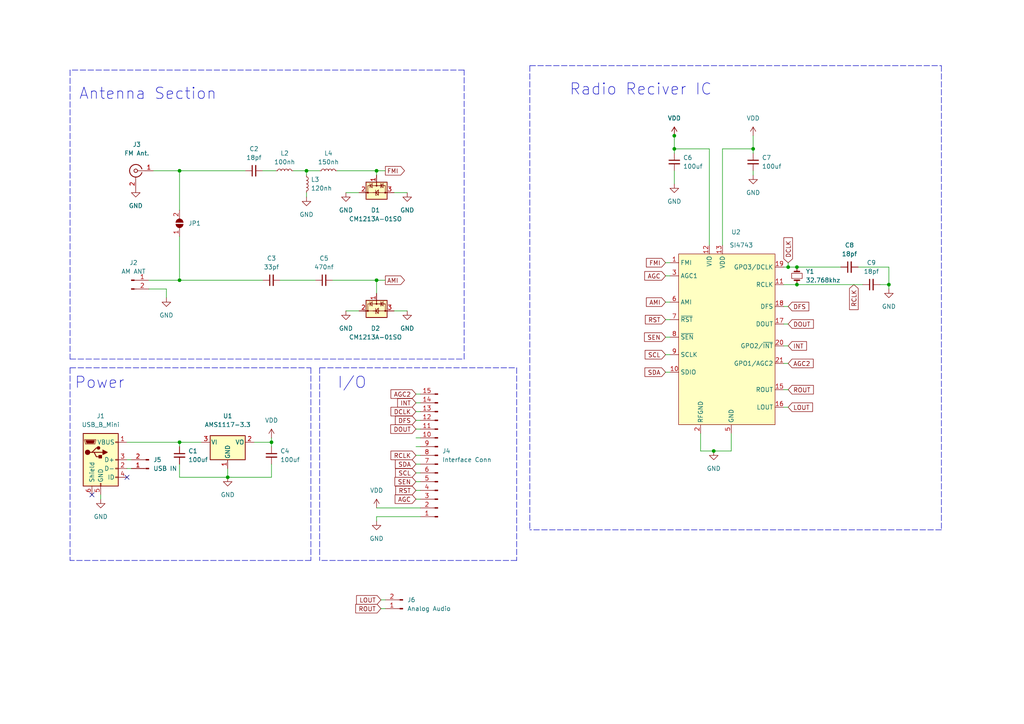
<source format=kicad_sch>
(kicad_sch (version 20211123) (generator eeschema)

  (uuid e63e39d7-6ac0-4ffd-8aa3-1841a4541b55)

  (paper "A4")

  (lib_symbols
    (symbol "Connector:Conn_01x02_Male" (pin_names (offset 1.016) hide) (in_bom yes) (on_board yes)
      (property "Reference" "J" (id 0) (at 0 2.54 0)
        (effects (font (size 1.27 1.27)))
      )
      (property "Value" "Conn_01x02_Male" (id 1) (at 0 -5.08 0)
        (effects (font (size 1.27 1.27)))
      )
      (property "Footprint" "" (id 2) (at 0 0 0)
        (effects (font (size 1.27 1.27)) hide)
      )
      (property "Datasheet" "~" (id 3) (at 0 0 0)
        (effects (font (size 1.27 1.27)) hide)
      )
      (property "ki_keywords" "connector" (id 4) (at 0 0 0)
        (effects (font (size 1.27 1.27)) hide)
      )
      (property "ki_description" "Generic connector, single row, 01x02, script generated (kicad-library-utils/schlib/autogen/connector/)" (id 5) (at 0 0 0)
        (effects (font (size 1.27 1.27)) hide)
      )
      (property "ki_fp_filters" "Connector*:*_1x??_*" (id 6) (at 0 0 0)
        (effects (font (size 1.27 1.27)) hide)
      )
      (symbol "Conn_01x02_Male_1_1"
        (polyline
          (pts
            (xy 1.27 -2.54)
            (xy 0.8636 -2.54)
          )
          (stroke (width 0.1524) (type default) (color 0 0 0 0))
          (fill (type none))
        )
        (polyline
          (pts
            (xy 1.27 0)
            (xy 0.8636 0)
          )
          (stroke (width 0.1524) (type default) (color 0 0 0 0))
          (fill (type none))
        )
        (rectangle (start 0.8636 -2.413) (end 0 -2.667)
          (stroke (width 0.1524) (type default) (color 0 0 0 0))
          (fill (type outline))
        )
        (rectangle (start 0.8636 0.127) (end 0 -0.127)
          (stroke (width 0.1524) (type default) (color 0 0 0 0))
          (fill (type outline))
        )
        (pin passive line (at 5.08 0 180) (length 3.81)
          (name "Pin_1" (effects (font (size 1.27 1.27))))
          (number "1" (effects (font (size 1.27 1.27))))
        )
        (pin passive line (at 5.08 -2.54 180) (length 3.81)
          (name "Pin_2" (effects (font (size 1.27 1.27))))
          (number "2" (effects (font (size 1.27 1.27))))
        )
      )
    )
    (symbol "Connector:Conn_01x15_Male" (pin_names (offset 1.016) hide) (in_bom yes) (on_board yes)
      (property "Reference" "J" (id 0) (at 0 20.32 0)
        (effects (font (size 1.27 1.27)))
      )
      (property "Value" "Conn_01x15_Male" (id 1) (at 0 -20.32 0)
        (effects (font (size 1.27 1.27)))
      )
      (property "Footprint" "" (id 2) (at 0 0 0)
        (effects (font (size 1.27 1.27)) hide)
      )
      (property "Datasheet" "~" (id 3) (at 0 0 0)
        (effects (font (size 1.27 1.27)) hide)
      )
      (property "ki_keywords" "connector" (id 4) (at 0 0 0)
        (effects (font (size 1.27 1.27)) hide)
      )
      (property "ki_description" "Generic connector, single row, 01x15, script generated (kicad-library-utils/schlib/autogen/connector/)" (id 5) (at 0 0 0)
        (effects (font (size 1.27 1.27)) hide)
      )
      (property "ki_fp_filters" "Connector*:*_1x??_*" (id 6) (at 0 0 0)
        (effects (font (size 1.27 1.27)) hide)
      )
      (symbol "Conn_01x15_Male_1_1"
        (polyline
          (pts
            (xy 1.27 -17.78)
            (xy 0.8636 -17.78)
          )
          (stroke (width 0.1524) (type default) (color 0 0 0 0))
          (fill (type none))
        )
        (polyline
          (pts
            (xy 1.27 -15.24)
            (xy 0.8636 -15.24)
          )
          (stroke (width 0.1524) (type default) (color 0 0 0 0))
          (fill (type none))
        )
        (polyline
          (pts
            (xy 1.27 -12.7)
            (xy 0.8636 -12.7)
          )
          (stroke (width 0.1524) (type default) (color 0 0 0 0))
          (fill (type none))
        )
        (polyline
          (pts
            (xy 1.27 -10.16)
            (xy 0.8636 -10.16)
          )
          (stroke (width 0.1524) (type default) (color 0 0 0 0))
          (fill (type none))
        )
        (polyline
          (pts
            (xy 1.27 -7.62)
            (xy 0.8636 -7.62)
          )
          (stroke (width 0.1524) (type default) (color 0 0 0 0))
          (fill (type none))
        )
        (polyline
          (pts
            (xy 1.27 -5.08)
            (xy 0.8636 -5.08)
          )
          (stroke (width 0.1524) (type default) (color 0 0 0 0))
          (fill (type none))
        )
        (polyline
          (pts
            (xy 1.27 -2.54)
            (xy 0.8636 -2.54)
          )
          (stroke (width 0.1524) (type default) (color 0 0 0 0))
          (fill (type none))
        )
        (polyline
          (pts
            (xy 1.27 0)
            (xy 0.8636 0)
          )
          (stroke (width 0.1524) (type default) (color 0 0 0 0))
          (fill (type none))
        )
        (polyline
          (pts
            (xy 1.27 2.54)
            (xy 0.8636 2.54)
          )
          (stroke (width 0.1524) (type default) (color 0 0 0 0))
          (fill (type none))
        )
        (polyline
          (pts
            (xy 1.27 5.08)
            (xy 0.8636 5.08)
          )
          (stroke (width 0.1524) (type default) (color 0 0 0 0))
          (fill (type none))
        )
        (polyline
          (pts
            (xy 1.27 7.62)
            (xy 0.8636 7.62)
          )
          (stroke (width 0.1524) (type default) (color 0 0 0 0))
          (fill (type none))
        )
        (polyline
          (pts
            (xy 1.27 10.16)
            (xy 0.8636 10.16)
          )
          (stroke (width 0.1524) (type default) (color 0 0 0 0))
          (fill (type none))
        )
        (polyline
          (pts
            (xy 1.27 12.7)
            (xy 0.8636 12.7)
          )
          (stroke (width 0.1524) (type default) (color 0 0 0 0))
          (fill (type none))
        )
        (polyline
          (pts
            (xy 1.27 15.24)
            (xy 0.8636 15.24)
          )
          (stroke (width 0.1524) (type default) (color 0 0 0 0))
          (fill (type none))
        )
        (polyline
          (pts
            (xy 1.27 17.78)
            (xy 0.8636 17.78)
          )
          (stroke (width 0.1524) (type default) (color 0 0 0 0))
          (fill (type none))
        )
        (rectangle (start 0.8636 -17.653) (end 0 -17.907)
          (stroke (width 0.1524) (type default) (color 0 0 0 0))
          (fill (type outline))
        )
        (rectangle (start 0.8636 -15.113) (end 0 -15.367)
          (stroke (width 0.1524) (type default) (color 0 0 0 0))
          (fill (type outline))
        )
        (rectangle (start 0.8636 -12.573) (end 0 -12.827)
          (stroke (width 0.1524) (type default) (color 0 0 0 0))
          (fill (type outline))
        )
        (rectangle (start 0.8636 -10.033) (end 0 -10.287)
          (stroke (width 0.1524) (type default) (color 0 0 0 0))
          (fill (type outline))
        )
        (rectangle (start 0.8636 -7.493) (end 0 -7.747)
          (stroke (width 0.1524) (type default) (color 0 0 0 0))
          (fill (type outline))
        )
        (rectangle (start 0.8636 -4.953) (end 0 -5.207)
          (stroke (width 0.1524) (type default) (color 0 0 0 0))
          (fill (type outline))
        )
        (rectangle (start 0.8636 -2.413) (end 0 -2.667)
          (stroke (width 0.1524) (type default) (color 0 0 0 0))
          (fill (type outline))
        )
        (rectangle (start 0.8636 0.127) (end 0 -0.127)
          (stroke (width 0.1524) (type default) (color 0 0 0 0))
          (fill (type outline))
        )
        (rectangle (start 0.8636 2.667) (end 0 2.413)
          (stroke (width 0.1524) (type default) (color 0 0 0 0))
          (fill (type outline))
        )
        (rectangle (start 0.8636 5.207) (end 0 4.953)
          (stroke (width 0.1524) (type default) (color 0 0 0 0))
          (fill (type outline))
        )
        (rectangle (start 0.8636 7.747) (end 0 7.493)
          (stroke (width 0.1524) (type default) (color 0 0 0 0))
          (fill (type outline))
        )
        (rectangle (start 0.8636 10.287) (end 0 10.033)
          (stroke (width 0.1524) (type default) (color 0 0 0 0))
          (fill (type outline))
        )
        (rectangle (start 0.8636 12.827) (end 0 12.573)
          (stroke (width 0.1524) (type default) (color 0 0 0 0))
          (fill (type outline))
        )
        (rectangle (start 0.8636 15.367) (end 0 15.113)
          (stroke (width 0.1524) (type default) (color 0 0 0 0))
          (fill (type outline))
        )
        (rectangle (start 0.8636 17.907) (end 0 17.653)
          (stroke (width 0.1524) (type default) (color 0 0 0 0))
          (fill (type outline))
        )
        (pin passive line (at 5.08 17.78 180) (length 3.81)
          (name "Pin_1" (effects (font (size 1.27 1.27))))
          (number "1" (effects (font (size 1.27 1.27))))
        )
        (pin passive line (at 5.08 -5.08 180) (length 3.81)
          (name "Pin_10" (effects (font (size 1.27 1.27))))
          (number "10" (effects (font (size 1.27 1.27))))
        )
        (pin passive line (at 5.08 -7.62 180) (length 3.81)
          (name "Pin_11" (effects (font (size 1.27 1.27))))
          (number "11" (effects (font (size 1.27 1.27))))
        )
        (pin passive line (at 5.08 -10.16 180) (length 3.81)
          (name "Pin_12" (effects (font (size 1.27 1.27))))
          (number "12" (effects (font (size 1.27 1.27))))
        )
        (pin passive line (at 5.08 -12.7 180) (length 3.81)
          (name "Pin_13" (effects (font (size 1.27 1.27))))
          (number "13" (effects (font (size 1.27 1.27))))
        )
        (pin passive line (at 5.08 -15.24 180) (length 3.81)
          (name "Pin_14" (effects (font (size 1.27 1.27))))
          (number "14" (effects (font (size 1.27 1.27))))
        )
        (pin passive line (at 5.08 -17.78 180) (length 3.81)
          (name "Pin_15" (effects (font (size 1.27 1.27))))
          (number "15" (effects (font (size 1.27 1.27))))
        )
        (pin passive line (at 5.08 15.24 180) (length 3.81)
          (name "Pin_2" (effects (font (size 1.27 1.27))))
          (number "2" (effects (font (size 1.27 1.27))))
        )
        (pin passive line (at 5.08 12.7 180) (length 3.81)
          (name "Pin_3" (effects (font (size 1.27 1.27))))
          (number "3" (effects (font (size 1.27 1.27))))
        )
        (pin passive line (at 5.08 10.16 180) (length 3.81)
          (name "Pin_4" (effects (font (size 1.27 1.27))))
          (number "4" (effects (font (size 1.27 1.27))))
        )
        (pin passive line (at 5.08 7.62 180) (length 3.81)
          (name "Pin_5" (effects (font (size 1.27 1.27))))
          (number "5" (effects (font (size 1.27 1.27))))
        )
        (pin passive line (at 5.08 5.08 180) (length 3.81)
          (name "Pin_6" (effects (font (size 1.27 1.27))))
          (number "6" (effects (font (size 1.27 1.27))))
        )
        (pin passive line (at 5.08 2.54 180) (length 3.81)
          (name "Pin_7" (effects (font (size 1.27 1.27))))
          (number "7" (effects (font (size 1.27 1.27))))
        )
        (pin passive line (at 5.08 0 180) (length 3.81)
          (name "Pin_8" (effects (font (size 1.27 1.27))))
          (number "8" (effects (font (size 1.27 1.27))))
        )
        (pin passive line (at 5.08 -2.54 180) (length 3.81)
          (name "Pin_9" (effects (font (size 1.27 1.27))))
          (number "9" (effects (font (size 1.27 1.27))))
        )
      )
    )
    (symbol "Connector:Conn_Coaxial" (pin_names (offset 1.016) hide) (in_bom yes) (on_board yes)
      (property "Reference" "J" (id 0) (at 0.254 3.048 0)
        (effects (font (size 1.27 1.27)))
      )
      (property "Value" "Conn_Coaxial" (id 1) (at 2.921 0 90)
        (effects (font (size 1.27 1.27)))
      )
      (property "Footprint" "" (id 2) (at 0 0 0)
        (effects (font (size 1.27 1.27)) hide)
      )
      (property "Datasheet" " ~" (id 3) (at 0 0 0)
        (effects (font (size 1.27 1.27)) hide)
      )
      (property "ki_keywords" "BNC SMA SMB SMC LEMO coaxial connector CINCH RCA" (id 4) (at 0 0 0)
        (effects (font (size 1.27 1.27)) hide)
      )
      (property "ki_description" "coaxial connector (BNC, SMA, SMB, SMC, Cinch/RCA, LEMO, ...)" (id 5) (at 0 0 0)
        (effects (font (size 1.27 1.27)) hide)
      )
      (property "ki_fp_filters" "*BNC* *SMA* *SMB* *SMC* *Cinch* *LEMO*" (id 6) (at 0 0 0)
        (effects (font (size 1.27 1.27)) hide)
      )
      (symbol "Conn_Coaxial_0_1"
        (arc (start -1.778 -0.508) (mid 0.2311 -1.8066) (end 1.778 0)
          (stroke (width 0.254) (type default) (color 0 0 0 0))
          (fill (type none))
        )
        (polyline
          (pts
            (xy -2.54 0)
            (xy -0.508 0)
          )
          (stroke (width 0) (type default) (color 0 0 0 0))
          (fill (type none))
        )
        (polyline
          (pts
            (xy 0 -2.54)
            (xy 0 -1.778)
          )
          (stroke (width 0) (type default) (color 0 0 0 0))
          (fill (type none))
        )
        (circle (center 0 0) (radius 0.508)
          (stroke (width 0.2032) (type default) (color 0 0 0 0))
          (fill (type none))
        )
        (arc (start 1.778 0) (mid 0.2099 1.8101) (end -1.778 0.508)
          (stroke (width 0.254) (type default) (color 0 0 0 0))
          (fill (type none))
        )
      )
      (symbol "Conn_Coaxial_1_1"
        (pin passive line (at -5.08 0 0) (length 2.54)
          (name "In" (effects (font (size 1.27 1.27))))
          (number "1" (effects (font (size 1.27 1.27))))
        )
        (pin passive line (at 0 -5.08 90) (length 2.54)
          (name "Ext" (effects (font (size 1.27 1.27))))
          (number "2" (effects (font (size 1.27 1.27))))
        )
      )
    )
    (symbol "Connector:USB_B_Mini" (pin_names (offset 1.016)) (in_bom yes) (on_board yes)
      (property "Reference" "J" (id 0) (at -5.08 11.43 0)
        (effects (font (size 1.27 1.27)) (justify left))
      )
      (property "Value" "USB_B_Mini" (id 1) (at -5.08 8.89 0)
        (effects (font (size 1.27 1.27)) (justify left))
      )
      (property "Footprint" "" (id 2) (at 3.81 -1.27 0)
        (effects (font (size 1.27 1.27)) hide)
      )
      (property "Datasheet" "~" (id 3) (at 3.81 -1.27 0)
        (effects (font (size 1.27 1.27)) hide)
      )
      (property "ki_keywords" "connector USB mini" (id 4) (at 0 0 0)
        (effects (font (size 1.27 1.27)) hide)
      )
      (property "ki_description" "USB Mini Type B connector" (id 5) (at 0 0 0)
        (effects (font (size 1.27 1.27)) hide)
      )
      (property "ki_fp_filters" "USB*" (id 6) (at 0 0 0)
        (effects (font (size 1.27 1.27)) hide)
      )
      (symbol "USB_B_Mini_0_1"
        (rectangle (start -5.08 -7.62) (end 5.08 7.62)
          (stroke (width 0.254) (type default) (color 0 0 0 0))
          (fill (type background))
        )
        (circle (center -3.81 2.159) (radius 0.635)
          (stroke (width 0.254) (type default) (color 0 0 0 0))
          (fill (type outline))
        )
        (circle (center -0.635 3.429) (radius 0.381)
          (stroke (width 0.254) (type default) (color 0 0 0 0))
          (fill (type outline))
        )
        (rectangle (start -0.127 -7.62) (end 0.127 -6.858)
          (stroke (width 0) (type default) (color 0 0 0 0))
          (fill (type none))
        )
        (polyline
          (pts
            (xy -1.905 2.159)
            (xy 0.635 2.159)
          )
          (stroke (width 0.254) (type default) (color 0 0 0 0))
          (fill (type none))
        )
        (polyline
          (pts
            (xy -3.175 2.159)
            (xy -2.54 2.159)
            (xy -1.27 3.429)
            (xy -0.635 3.429)
          )
          (stroke (width 0.254) (type default) (color 0 0 0 0))
          (fill (type none))
        )
        (polyline
          (pts
            (xy -2.54 2.159)
            (xy -1.905 2.159)
            (xy -1.27 0.889)
            (xy 0 0.889)
          )
          (stroke (width 0.254) (type default) (color 0 0 0 0))
          (fill (type none))
        )
        (polyline
          (pts
            (xy 0.635 2.794)
            (xy 0.635 1.524)
            (xy 1.905 2.159)
            (xy 0.635 2.794)
          )
          (stroke (width 0.254) (type default) (color 0 0 0 0))
          (fill (type outline))
        )
        (polyline
          (pts
            (xy -4.318 5.588)
            (xy -1.778 5.588)
            (xy -2.032 4.826)
            (xy -4.064 4.826)
            (xy -4.318 5.588)
          )
          (stroke (width 0) (type default) (color 0 0 0 0))
          (fill (type outline))
        )
        (polyline
          (pts
            (xy -4.699 5.842)
            (xy -4.699 5.588)
            (xy -4.445 4.826)
            (xy -4.445 4.572)
            (xy -1.651 4.572)
            (xy -1.651 4.826)
            (xy -1.397 5.588)
            (xy -1.397 5.842)
            (xy -4.699 5.842)
          )
          (stroke (width 0) (type default) (color 0 0 0 0))
          (fill (type none))
        )
        (rectangle (start 0.254 1.27) (end -0.508 0.508)
          (stroke (width 0.254) (type default) (color 0 0 0 0))
          (fill (type outline))
        )
        (rectangle (start 5.08 -5.207) (end 4.318 -4.953)
          (stroke (width 0) (type default) (color 0 0 0 0))
          (fill (type none))
        )
        (rectangle (start 5.08 -2.667) (end 4.318 -2.413)
          (stroke (width 0) (type default) (color 0 0 0 0))
          (fill (type none))
        )
        (rectangle (start 5.08 -0.127) (end 4.318 0.127)
          (stroke (width 0) (type default) (color 0 0 0 0))
          (fill (type none))
        )
        (rectangle (start 5.08 4.953) (end 4.318 5.207)
          (stroke (width 0) (type default) (color 0 0 0 0))
          (fill (type none))
        )
      )
      (symbol "USB_B_Mini_1_1"
        (pin power_out line (at 7.62 5.08 180) (length 2.54)
          (name "VBUS" (effects (font (size 1.27 1.27))))
          (number "1" (effects (font (size 1.27 1.27))))
        )
        (pin bidirectional line (at 7.62 -2.54 180) (length 2.54)
          (name "D-" (effects (font (size 1.27 1.27))))
          (number "2" (effects (font (size 1.27 1.27))))
        )
        (pin bidirectional line (at 7.62 0 180) (length 2.54)
          (name "D+" (effects (font (size 1.27 1.27))))
          (number "3" (effects (font (size 1.27 1.27))))
        )
        (pin passive line (at 7.62 -5.08 180) (length 2.54)
          (name "ID" (effects (font (size 1.27 1.27))))
          (number "4" (effects (font (size 1.27 1.27))))
        )
        (pin power_out line (at 0 -10.16 90) (length 2.54)
          (name "GND" (effects (font (size 1.27 1.27))))
          (number "5" (effects (font (size 1.27 1.27))))
        )
        (pin passive line (at -2.54 -10.16 90) (length 2.54)
          (name "Shield" (effects (font (size 1.27 1.27))))
          (number "6" (effects (font (size 1.27 1.27))))
        )
      )
    )
    (symbol "Device-user:L_Small" (pin_numbers hide) (pin_names (offset 0.254) hide) (in_bom yes) (on_board yes)
      (property "Reference" "L" (id 0) (at 0.762 1.016 0)
        (effects (font (size 1.27 1.27)) (justify left))
      )
      (property "Value" "L_Small" (id 1) (at 0.762 -1.016 0)
        (effects (font (size 1.27 1.27)) (justify left))
      )
      (property "Footprint" "" (id 2) (at 0 0 0)
        (effects (font (size 1.27 1.27)) hide)
      )
      (property "Datasheet" "~" (id 3) (at 0 0 0)
        (effects (font (size 1.27 1.27)) hide)
      )
      (property "ki_keywords" "inductor choke coil reactor magnetic" (id 4) (at 0 0 0)
        (effects (font (size 1.27 1.27)) hide)
      )
      (property "ki_description" "Inductor, small symbol" (id 5) (at 0 0 0)
        (effects (font (size 1.27 1.27)) hide)
      )
      (property "ki_fp_filters" "Choke_* *Coil* Inductor_* L_*" (id 6) (at 0 0 0)
        (effects (font (size 1.27 1.27)) hide)
      )
      (symbol "L_Small_0_1"
        (arc (start 0 -2.032) (mid 0.508 -1.524) (end 0 -1.016)
          (stroke (width 0) (type default) (color 0 0 0 0))
          (fill (type none))
        )
        (arc (start 0 -1.016) (mid 0.508 -0.508) (end 0 0)
          (stroke (width 0) (type default) (color 0 0 0 0))
          (fill (type none))
        )
        (arc (start 0 0) (mid 0.508 0.508) (end 0 1.016)
          (stroke (width 0) (type default) (color 0 0 0 0))
          (fill (type none))
        )
        (arc (start 0 1.016) (mid 0.508 1.524) (end 0 2.032)
          (stroke (width 0) (type default) (color 0 0 0 0))
          (fill (type none))
        )
      )
      (symbol "L_Small_1_1"
        (pin passive line (at 0 2.54 270) (length 0.508)
          (name "~" (effects (font (size 1.27 1.27))))
          (number "1" (effects (font (size 1.27 1.27))))
        )
        (pin passive line (at 0 -2.54 90) (length 0.508)
          (name "~" (effects (font (size 1.27 1.27))))
          (number "2" (effects (font (size 1.27 1.27))))
        )
      )
    )
    (symbol "Device:C_Small" (pin_numbers hide) (pin_names (offset 0.254) hide) (in_bom yes) (on_board yes)
      (property "Reference" "C" (id 0) (at 0.254 1.778 0)
        (effects (font (size 1.27 1.27)) (justify left))
      )
      (property "Value" "C_Small" (id 1) (at 0.254 -2.032 0)
        (effects (font (size 1.27 1.27)) (justify left))
      )
      (property "Footprint" "" (id 2) (at 0 0 0)
        (effects (font (size 1.27 1.27)) hide)
      )
      (property "Datasheet" "~" (id 3) (at 0 0 0)
        (effects (font (size 1.27 1.27)) hide)
      )
      (property "ki_keywords" "capacitor cap" (id 4) (at 0 0 0)
        (effects (font (size 1.27 1.27)) hide)
      )
      (property "ki_description" "Unpolarized capacitor, small symbol" (id 5) (at 0 0 0)
        (effects (font (size 1.27 1.27)) hide)
      )
      (property "ki_fp_filters" "C_*" (id 6) (at 0 0 0)
        (effects (font (size 1.27 1.27)) hide)
      )
      (symbol "C_Small_0_1"
        (polyline
          (pts
            (xy -1.524 -0.508)
            (xy 1.524 -0.508)
          )
          (stroke (width 0.3302) (type default) (color 0 0 0 0))
          (fill (type none))
        )
        (polyline
          (pts
            (xy -1.524 0.508)
            (xy 1.524 0.508)
          )
          (stroke (width 0.3048) (type default) (color 0 0 0 0))
          (fill (type none))
        )
      )
      (symbol "C_Small_1_1"
        (pin passive line (at 0 2.54 270) (length 2.032)
          (name "~" (effects (font (size 1.27 1.27))))
          (number "1" (effects (font (size 1.27 1.27))))
        )
        (pin passive line (at 0 -2.54 90) (length 2.032)
          (name "~" (effects (font (size 1.27 1.27))))
          (number "2" (effects (font (size 1.27 1.27))))
        )
      )
    )
    (symbol "Device:Crystal_Small" (pin_numbers hide) (pin_names (offset 1.016) hide) (in_bom yes) (on_board yes)
      (property "Reference" "Y" (id 0) (at 0 2.54 0)
        (effects (font (size 1.27 1.27)))
      )
      (property "Value" "Crystal_Small" (id 1) (at 0 -2.54 0)
        (effects (font (size 1.27 1.27)))
      )
      (property "Footprint" "" (id 2) (at 0 0 0)
        (effects (font (size 1.27 1.27)) hide)
      )
      (property "Datasheet" "~" (id 3) (at 0 0 0)
        (effects (font (size 1.27 1.27)) hide)
      )
      (property "ki_keywords" "quartz ceramic resonator oscillator" (id 4) (at 0 0 0)
        (effects (font (size 1.27 1.27)) hide)
      )
      (property "ki_description" "Two pin crystal, small symbol" (id 5) (at 0 0 0)
        (effects (font (size 1.27 1.27)) hide)
      )
      (property "ki_fp_filters" "Crystal*" (id 6) (at 0 0 0)
        (effects (font (size 1.27 1.27)) hide)
      )
      (symbol "Crystal_Small_0_1"
        (rectangle (start -0.762 -1.524) (end 0.762 1.524)
          (stroke (width 0) (type default) (color 0 0 0 0))
          (fill (type none))
        )
        (polyline
          (pts
            (xy -1.27 -0.762)
            (xy -1.27 0.762)
          )
          (stroke (width 0.381) (type default) (color 0 0 0 0))
          (fill (type none))
        )
        (polyline
          (pts
            (xy 1.27 -0.762)
            (xy 1.27 0.762)
          )
          (stroke (width 0.381) (type default) (color 0 0 0 0))
          (fill (type none))
        )
      )
      (symbol "Crystal_Small_1_1"
        (pin passive line (at -2.54 0 0) (length 1.27)
          (name "1" (effects (font (size 1.27 1.27))))
          (number "1" (effects (font (size 1.27 1.27))))
        )
        (pin passive line (at 2.54 0 180) (length 1.27)
          (name "2" (effects (font (size 1.27 1.27))))
          (number "2" (effects (font (size 1.27 1.27))))
        )
      )
    )
    (symbol "Jumper:SolderJumper_2_Open" (pin_names (offset 0) hide) (in_bom yes) (on_board yes)
      (property "Reference" "JP" (id 0) (at 0 2.032 0)
        (effects (font (size 1.27 1.27)))
      )
      (property "Value" "SolderJumper_2_Open" (id 1) (at 0 -2.54 0)
        (effects (font (size 1.27 1.27)))
      )
      (property "Footprint" "" (id 2) (at 0 0 0)
        (effects (font (size 1.27 1.27)) hide)
      )
      (property "Datasheet" "~" (id 3) (at 0 0 0)
        (effects (font (size 1.27 1.27)) hide)
      )
      (property "ki_keywords" "solder jumper SPST" (id 4) (at 0 0 0)
        (effects (font (size 1.27 1.27)) hide)
      )
      (property "ki_description" "Solder Jumper, 2-pole, open" (id 5) (at 0 0 0)
        (effects (font (size 1.27 1.27)) hide)
      )
      (property "ki_fp_filters" "SolderJumper*Open*" (id 6) (at 0 0 0)
        (effects (font (size 1.27 1.27)) hide)
      )
      (symbol "SolderJumper_2_Open_0_1"
        (arc (start -0.254 1.016) (mid -1.27 0) (end -0.254 -1.016)
          (stroke (width 0) (type default) (color 0 0 0 0))
          (fill (type none))
        )
        (arc (start -0.254 1.016) (mid -1.27 0) (end -0.254 -1.016)
          (stroke (width 0) (type default) (color 0 0 0 0))
          (fill (type outline))
        )
        (polyline
          (pts
            (xy -0.254 1.016)
            (xy -0.254 -1.016)
          )
          (stroke (width 0) (type default) (color 0 0 0 0))
          (fill (type none))
        )
        (polyline
          (pts
            (xy 0.254 1.016)
            (xy 0.254 -1.016)
          )
          (stroke (width 0) (type default) (color 0 0 0 0))
          (fill (type none))
        )
        (arc (start 0.254 -1.016) (mid 1.27 0) (end 0.254 1.016)
          (stroke (width 0) (type default) (color 0 0 0 0))
          (fill (type none))
        )
        (arc (start 0.254 -1.016) (mid 1.27 0) (end 0.254 1.016)
          (stroke (width 0) (type default) (color 0 0 0 0))
          (fill (type outline))
        )
      )
      (symbol "SolderJumper_2_Open_1_1"
        (pin passive line (at -3.81 0 0) (length 2.54)
          (name "A" (effects (font (size 1.27 1.27))))
          (number "1" (effects (font (size 1.27 1.27))))
        )
        (pin passive line (at 3.81 0 180) (length 2.54)
          (name "B" (effects (font (size 1.27 1.27))))
          (number "2" (effects (font (size 1.27 1.27))))
        )
      )
    )
    (symbol "Power_Protection:CM1213A-01SO" (pin_names hide) (in_bom yes) (on_board yes)
      (property "Reference" "D" (id 0) (at 0 5.08 0)
        (effects (font (size 1.27 1.27)))
      )
      (property "Value" "CM1213A-01SO" (id 1) (at 0 3.175 0)
        (effects (font (size 1.27 1.27)))
      )
      (property "Footprint" "Package_TO_SOT_SMD:SOT-23" (id 2) (at 1.27 -4.318 0)
        (effects (font (size 1.27 1.27)) (justify left) hide)
      )
      (property "Datasheet" "http://www.onsemi.com/pub_link/Collateral/CM1213A-D.PDF" (id 3) (at -1.905 2.032 90)
        (effects (font (size 1.27 1.27)) hide)
      )
      (property "ki_keywords" "ESD Protection diodes transient suppressor" (id 4) (at 0 0 0)
        (effects (font (size 1.27 1.27)) hide)
      )
      (property "ki_description" "Single Channel ESD Protection Array" (id 5) (at 0 0 0)
        (effects (font (size 1.27 1.27)) hide)
      )
      (property "ki_fp_filters" "SOT?23*" (id 6) (at 0 0 0)
        (effects (font (size 1.27 1.27)) hide)
      )
      (symbol "CM1213A-01SO_0_1"
        (rectangle (start -3.048 -3.048) (end 3.048 1.905)
          (stroke (width 0.254) (type default) (color 0 0 0 0))
          (fill (type background))
        )
        (circle (center -2.54 0) (radius 0.2032)
          (stroke (width 0) (type default) (color 0 0 0 0))
          (fill (type outline))
        )
        (circle (center 0 -2.032) (radius 0.2032)
          (stroke (width 0) (type default) (color 0 0 0 0))
          (fill (type outline))
        )
        (polyline
          (pts
            (xy -2.54 -2.032)
            (xy -2.54 0)
          )
          (stroke (width 0) (type default) (color 0 0 0 0))
          (fill (type none))
        )
        (polyline
          (pts
            (xy -1.905 -2.667)
            (xy -1.905 -1.397)
          )
          (stroke (width 0) (type default) (color 0 0 0 0))
          (fill (type none))
        )
        (polyline
          (pts
            (xy -1.016 0)
            (xy -3.81 0)
          )
          (stroke (width 0) (type default) (color 0 0 0 0))
          (fill (type none))
        )
        (polyline
          (pts
            (xy -0.635 -2.032)
            (xy -2.54 -2.032)
          )
          (stroke (width 0) (type default) (color 0 0 0 0))
          (fill (type none))
        )
        (polyline
          (pts
            (xy -0.635 -2.032)
            (xy 0.635 -2.032)
          )
          (stroke (width 0) (type default) (color 0 0 0 0))
          (fill (type none))
        )
        (polyline
          (pts
            (xy -0.254 -0.762)
            (xy -0.254 0.762)
          )
          (stroke (width 0) (type default) (color 0 0 0 0))
          (fill (type none))
        )
        (polyline
          (pts
            (xy -0.254 0.762)
            (xy -0.254 0.762)
          )
          (stroke (width 0) (type default) (color 0 0 0 0))
          (fill (type none))
        )
        (polyline
          (pts
            (xy 0 -2.54)
            (xy 0 -2.032)
          )
          (stroke (width 0) (type default) (color 0 0 0 0))
          (fill (type none))
        )
        (polyline
          (pts
            (xy 0 0.762)
            (xy -0.254 0.762)
          )
          (stroke (width 0) (type default) (color 0 0 0 0))
          (fill (type none))
        )
        (polyline
          (pts
            (xy 0.889 0)
            (xy -1.016 0)
          )
          (stroke (width 0) (type default) (color 0 0 0 0))
          (fill (type none))
        )
        (polyline
          (pts
            (xy 0.889 0)
            (xy -1.016 0)
          )
          (stroke (width 0) (type default) (color 0 0 0 0))
          (fill (type none))
        )
        (polyline
          (pts
            (xy 0.889 0)
            (xy 2.54 0)
          )
          (stroke (width 0) (type default) (color 0 0 0 0))
          (fill (type none))
        )
        (polyline
          (pts
            (xy 1.27 -2.667)
            (xy 1.27 -1.397)
          )
          (stroke (width 0) (type default) (color 0 0 0 0))
          (fill (type none))
        )
        (polyline
          (pts
            (xy 1.27 -2.667)
            (xy 1.27 -1.397)
          )
          (stroke (width 0) (type default) (color 0 0 0 0))
          (fill (type none))
        )
        (polyline
          (pts
            (xy 2.54 -2.032)
            (xy 0.635 -2.032)
          )
          (stroke (width 0) (type default) (color 0 0 0 0))
          (fill (type none))
        )
        (polyline
          (pts
            (xy 2.54 -2.032)
            (xy 0.635 -2.032)
          )
          (stroke (width 0) (type default) (color 0 0 0 0))
          (fill (type none))
        )
        (polyline
          (pts
            (xy 2.54 -2.032)
            (xy 2.54 0)
          )
          (stroke (width 0) (type default) (color 0 0 0 0))
          (fill (type none))
        )
        (polyline
          (pts
            (xy -1.27 -2.667)
            (xy -1.27 -1.397)
            (xy -1.905 -2.032)
            (xy -1.27 -2.667)
          )
          (stroke (width 0) (type default) (color 0 0 0 0))
          (fill (type none))
        )
        (polyline
          (pts
            (xy 0.508 -0.762)
            (xy 0.508 0.762)
            (xy -0.254 0)
            (xy 0.508 -0.762)
          )
          (stroke (width 0) (type default) (color 0 0 0 0))
          (fill (type none))
        )
        (polyline
          (pts
            (xy 0.508 -0.762)
            (xy 0.508 0.762)
            (xy -0.254 0)
            (xy 0.508 -0.762)
          )
          (stroke (width 0) (type default) (color 0 0 0 0))
          (fill (type none))
        )
        (polyline
          (pts
            (xy 1.905 -2.667)
            (xy 1.905 -1.397)
            (xy 1.27 -2.032)
            (xy 1.905 -2.667)
          )
          (stroke (width 0) (type default) (color 0 0 0 0))
          (fill (type none))
        )
        (circle (center 2.54 0) (radius 0.2032)
          (stroke (width 0) (type default) (color 0 0 0 0))
          (fill (type outline))
        )
      )
      (symbol "CM1213A-01SO_1_1"
        (pin passive line (at 0 -5.08 90) (length 2.54)
          (name "CH1" (effects (font (size 1.27 1.27))))
          (number "1" (effects (font (size 1.27 1.27))))
        )
        (pin passive line (at -5.08 0 0) (length 2.54)
          (name "VP" (effects (font (size 1.27 1.27))))
          (number "2" (effects (font (size 1.27 1.27))))
        )
        (pin passive line (at 5.08 0 180) (length 2.54)
          (name "VN" (effects (font (size 1.27 1.27))))
          (number "3" (effects (font (size 1.27 1.27))))
        )
      )
    )
    (symbol "RF-Radio Receiver:SI4743" (in_bom yes) (on_board yes)
      (property "Reference" "U" (id 0) (at 0 0 0)
        (effects (font (size 1.27 1.27)))
      )
      (property "Value" "SI4743" (id 1) (at 0 0 0)
        (effects (font (size 1.27 1.27)))
      )
      (property "Footprint" "RF-Radio Receiver:SI474x" (id 2) (at 0 0 0)
        (effects (font (size 1.27 1.27)) hide)
      )
      (property "Datasheet" "https://www.skyworksinc.com/-/media/Skyworks/SL/documents/public/data-sheets/Si4740-41-42-43-44-45.pdf" (id 3) (at 0 0 0)
        (effects (font (size 1.27 1.27)) hide)
      )
      (symbol "SI4743_0_1"
        (rectangle (start 0 -1.27) (end 27.94 -50.8)
          (stroke (width 0) (type default) (color 0 0 0 0))
          (fill (type background))
        )
      )
      (symbol "SI4743_1_1"
        (pin input line (at -2.54 -3.81 0) (length 2.54)
          (name "FMI" (effects (font (size 1.27 1.27))))
          (number "1" (effects (font (size 1.27 1.27))))
        )
        (pin input line (at -2.54 -35.56 0) (length 2.54)
          (name "SDIO" (effects (font (size 1.27 1.27))))
          (number "10" (effects (font (size 1.27 1.27))))
        )
        (pin input line (at 30.48 -10.16 180) (length 2.54)
          (name "RCLK" (effects (font (size 1.27 1.27))))
          (number "11" (effects (font (size 1.27 1.27))))
        )
        (pin input line (at 8.89 1.27 270) (length 2.54)
          (name "VIO" (effects (font (size 1.27 1.27))))
          (number "12" (effects (font (size 1.27 1.27))))
        )
        (pin input line (at 12.7 1.27 270) (length 2.54)
          (name "VDD" (effects (font (size 1.27 1.27))))
          (number "13" (effects (font (size 1.27 1.27))))
        )
        (pin input line (at 15.24 -53.34 90) (length 2.54) hide
          (name "GND" (effects (font (size 1.27 1.27))))
          (number "14" (effects (font (size 1.27 1.27))))
        )
        (pin output line (at 30.48 -40.64 180) (length 2.54)
          (name "ROUT" (effects (font (size 1.27 1.27))))
          (number "15" (effects (font (size 1.27 1.27))))
        )
        (pin output line (at 30.48 -45.72 180) (length 2.54)
          (name "LOUT" (effects (font (size 1.27 1.27))))
          (number "16" (effects (font (size 1.27 1.27))))
        )
        (pin input line (at 30.48 -21.59 180) (length 2.54)
          (name "DOUT" (effects (font (size 1.27 1.27))))
          (number "17" (effects (font (size 1.27 1.27))))
        )
        (pin input line (at 30.48 -16.51 180) (length 2.54)
          (name "DFS" (effects (font (size 1.27 1.27))))
          (number "18" (effects (font (size 1.27 1.27))))
        )
        (pin input line (at 30.48 -5.08 180) (length 2.54)
          (name "GPO3/DCLK" (effects (font (size 1.27 1.27))))
          (number "19" (effects (font (size 1.27 1.27))))
        )
        (pin input line (at 6.35 -53.34 90) (length 2.54)
          (name "RFGND" (effects (font (size 1.27 1.27))))
          (number "2" (effects (font (size 1.27 1.27))))
        )
        (pin input line (at 30.48 -27.94 180) (length 2.54)
          (name "GPO2/~{INT}" (effects (font (size 1.27 1.27))))
          (number "20" (effects (font (size 1.27 1.27))))
        )
        (pin input line (at 30.48 -33.02 180) (length 2.54)
          (name "GPO1/AGC2" (effects (font (size 1.27 1.27))))
          (number "21" (effects (font (size 1.27 1.27))))
        )
        (pin input line (at -2.54 -11.43 0) (length 2.54) hide
          (name "NC" (effects (font (size 1.27 1.27))))
          (number "22" (effects (font (size 1.27 1.27))))
        )
        (pin input line (at -2.54 -11.43 0) (length 2.54) hide
          (name "NC" (effects (font (size 1.27 1.27))))
          (number "23" (effects (font (size 1.27 1.27))))
        )
        (pin input line (at -2.54 -11.43 0) (length 2.54) hide
          (name "NC" (effects (font (size 1.27 1.27))))
          (number "24" (effects (font (size 1.27 1.27))))
        )
        (pin input line (at 15.24 -53.34 90) (length 2.54) hide
          (name "GND" (effects (font (size 1.27 1.27))))
          (number "25" (effects (font (size 1.27 1.27))))
        )
        (pin input line (at -2.54 -7.62 0) (length 2.54)
          (name "AGC1" (effects (font (size 1.27 1.27))))
          (number "3" (effects (font (size 1.27 1.27))))
        )
        (pin input line (at -2.54 -11.43 0) (length 2.54) hide
          (name "NC" (effects (font (size 1.27 1.27))))
          (number "4" (effects (font (size 1.27 1.27))))
        )
        (pin input line (at 15.24 -53.34 90) (length 2.54)
          (name "GND" (effects (font (size 1.27 1.27))))
          (number "5" (effects (font (size 1.27 1.27))))
        )
        (pin input line (at -2.54 -15.24 0) (length 2.54)
          (name "AMI" (effects (font (size 1.27 1.27))))
          (number "6" (effects (font (size 1.27 1.27))))
        )
        (pin input line (at -2.54 -20.32 0) (length 2.54)
          (name "~{RST}" (effects (font (size 1.27 1.27))))
          (number "7" (effects (font (size 1.27 1.27))))
        )
        (pin input line (at -2.54 -25.4 0) (length 2.54)
          (name "~{SEN}" (effects (font (size 1.27 1.27))))
          (number "8" (effects (font (size 1.27 1.27))))
        )
        (pin input line (at -2.54 -30.48 0) (length 2.54)
          (name "SCLK" (effects (font (size 1.27 1.27))))
          (number "9" (effects (font (size 1.27 1.27))))
        )
      )
    )
    (symbol "Regulator_Linear:AMS1117-3.3" (pin_names (offset 0.254)) (in_bom yes) (on_board yes)
      (property "Reference" "U" (id 0) (at -3.81 3.175 0)
        (effects (font (size 1.27 1.27)))
      )
      (property "Value" "AMS1117-3.3" (id 1) (at 0 3.175 0)
        (effects (font (size 1.27 1.27)) (justify left))
      )
      (property "Footprint" "Package_TO_SOT_SMD:SOT-223-3_TabPin2" (id 2) (at 0 5.08 0)
        (effects (font (size 1.27 1.27)) hide)
      )
      (property "Datasheet" "http://www.advanced-monolithic.com/pdf/ds1117.pdf" (id 3) (at 2.54 -6.35 0)
        (effects (font (size 1.27 1.27)) hide)
      )
      (property "ki_keywords" "linear regulator ldo fixed positive" (id 4) (at 0 0 0)
        (effects (font (size 1.27 1.27)) hide)
      )
      (property "ki_description" "1A Low Dropout regulator, positive, 3.3V fixed output, SOT-223" (id 5) (at 0 0 0)
        (effects (font (size 1.27 1.27)) hide)
      )
      (property "ki_fp_filters" "SOT?223*TabPin2*" (id 6) (at 0 0 0)
        (effects (font (size 1.27 1.27)) hide)
      )
      (symbol "AMS1117-3.3_0_1"
        (rectangle (start -5.08 -5.08) (end 5.08 1.905)
          (stroke (width 0.254) (type default) (color 0 0 0 0))
          (fill (type background))
        )
      )
      (symbol "AMS1117-3.3_1_1"
        (pin power_in line (at 0 -7.62 90) (length 2.54)
          (name "GND" (effects (font (size 1.27 1.27))))
          (number "1" (effects (font (size 1.27 1.27))))
        )
        (pin power_out line (at 7.62 0 180) (length 2.54)
          (name "VO" (effects (font (size 1.27 1.27))))
          (number "2" (effects (font (size 1.27 1.27))))
        )
        (pin power_in line (at -7.62 0 0) (length 2.54)
          (name "VI" (effects (font (size 1.27 1.27))))
          (number "3" (effects (font (size 1.27 1.27))))
        )
      )
    )
    (symbol "power:GND" (power) (pin_names (offset 0)) (in_bom yes) (on_board yes)
      (property "Reference" "#PWR" (id 0) (at 0 -6.35 0)
        (effects (font (size 1.27 1.27)) hide)
      )
      (property "Value" "GND" (id 1) (at 0 -3.81 0)
        (effects (font (size 1.27 1.27)))
      )
      (property "Footprint" "" (id 2) (at 0 0 0)
        (effects (font (size 1.27 1.27)) hide)
      )
      (property "Datasheet" "" (id 3) (at 0 0 0)
        (effects (font (size 1.27 1.27)) hide)
      )
      (property "ki_keywords" "power-flag" (id 4) (at 0 0 0)
        (effects (font (size 1.27 1.27)) hide)
      )
      (property "ki_description" "Power symbol creates a global label with name \"GND\" , ground" (id 5) (at 0 0 0)
        (effects (font (size 1.27 1.27)) hide)
      )
      (symbol "GND_0_1"
        (polyline
          (pts
            (xy 0 0)
            (xy 0 -1.27)
            (xy 1.27 -1.27)
            (xy 0 -2.54)
            (xy -1.27 -1.27)
            (xy 0 -1.27)
          )
          (stroke (width 0) (type default) (color 0 0 0 0))
          (fill (type none))
        )
      )
      (symbol "GND_1_1"
        (pin power_in line (at 0 0 270) (length 0) hide
          (name "GND" (effects (font (size 1.27 1.27))))
          (number "1" (effects (font (size 1.27 1.27))))
        )
      )
    )
    (symbol "power:VDD" (power) (pin_names (offset 0)) (in_bom yes) (on_board yes)
      (property "Reference" "#PWR" (id 0) (at 0 -3.81 0)
        (effects (font (size 1.27 1.27)) hide)
      )
      (property "Value" "VDD" (id 1) (at 0 3.81 0)
        (effects (font (size 1.27 1.27)))
      )
      (property "Footprint" "" (id 2) (at 0 0 0)
        (effects (font (size 1.27 1.27)) hide)
      )
      (property "Datasheet" "" (id 3) (at 0 0 0)
        (effects (font (size 1.27 1.27)) hide)
      )
      (property "ki_keywords" "power-flag" (id 4) (at 0 0 0)
        (effects (font (size 1.27 1.27)) hide)
      )
      (property "ki_description" "Power symbol creates a global label with name \"VDD\"" (id 5) (at 0 0 0)
        (effects (font (size 1.27 1.27)) hide)
      )
      (symbol "VDD_0_1"
        (polyline
          (pts
            (xy -0.762 1.27)
            (xy 0 2.54)
          )
          (stroke (width 0) (type default) (color 0 0 0 0))
          (fill (type none))
        )
        (polyline
          (pts
            (xy 0 0)
            (xy 0 2.54)
          )
          (stroke (width 0) (type default) (color 0 0 0 0))
          (fill (type none))
        )
        (polyline
          (pts
            (xy 0 2.54)
            (xy 0.762 1.27)
          )
          (stroke (width 0) (type default) (color 0 0 0 0))
          (fill (type none))
        )
      )
      (symbol "VDD_1_1"
        (pin power_in line (at 0 0 90) (length 0) hide
          (name "VDD" (effects (font (size 1.27 1.27))))
          (number "1" (effects (font (size 1.27 1.27))))
        )
      )
    )
  )

  (junction (at 231.14 77.47) (diameter 0) (color 0 0 0 0)
    (uuid 03a6e710-e978-4cd1-8bad-d74c0acbe0ba)
  )
  (junction (at 231.14 82.55) (diameter 0) (color 0 0 0 0)
    (uuid 2d84563f-c503-4327-9d91-5ceddeb87ab1)
  )
  (junction (at 66.04 138.43) (diameter 0) (color 0 0 0 0)
    (uuid 32150ecd-5d46-43df-b7fd-c64ba7cf6a11)
  )
  (junction (at 52.07 128.27) (diameter 0) (color 0 0 0 0)
    (uuid 3d1e7952-e07f-4a88-bf93-62d7ff899957)
  )
  (junction (at 52.07 81.28) (diameter 0) (color 0 0 0 0)
    (uuid 588d7486-7b0a-4649-81eb-f306e4f5a02e)
  )
  (junction (at 52.07 49.53) (diameter 0) (color 0 0 0 0)
    (uuid 5a72d974-5708-4069-a463-e89514dfd458)
  )
  (junction (at 109.22 81.28) (diameter 0) (color 0 0 0 0)
    (uuid 6582e048-fc3c-4cf4-9931-aee89b605af2)
  )
  (junction (at 195.58 39.37) (diameter 0) (color 0 0 0 0)
    (uuid 6ddb7c09-f4e0-4418-aeaf-3bfa301a3549)
  )
  (junction (at 228.6 77.47) (diameter 0) (color 0 0 0 0)
    (uuid 6ff2dc95-8344-4250-abbb-fa4430e2d896)
  )
  (junction (at 88.9 49.53) (diameter 0) (color 0 0 0 0)
    (uuid 8d9476b9-06bf-49fc-adb6-f94d48a757e4)
  )
  (junction (at 195.58 43.18) (diameter 0) (color 0 0 0 0)
    (uuid 8fc3a5f6-af60-48d9-951e-21c0bd122a69)
  )
  (junction (at 78.74 128.27) (diameter 0) (color 0 0 0 0)
    (uuid a1895e11-ed94-45f6-940f-904d577c3a36)
  )
  (junction (at 257.81 82.55) (diameter 0) (color 0 0 0 0)
    (uuid b4a25f23-f180-4e47-b644-54194142f9fd)
  )
  (junction (at 218.44 43.18) (diameter 0) (color 0 0 0 0)
    (uuid d9fb6d42-af2c-4f59-82e4-fc6a825c73e2)
  )
  (junction (at 109.22 49.53) (diameter 0) (color 0 0 0 0)
    (uuid e4c3fa0e-024f-4f6a-a1f6-1fbcfd401eaf)
  )
  (junction (at 207.01 130.81) (diameter 0) (color 0 0 0 0)
    (uuid e5540746-e5dd-4b94-a3d9-7a103f4952ff)
  )

  (no_connect (at 26.67 143.51) (uuid d4636499-2e65-48a9-9353-b957a385ef47))
  (no_connect (at 36.83 138.43) (uuid d4636499-2e65-48a9-9353-b957a385ef48))

  (wire (pts (xy 209.55 43.18) (xy 218.44 43.18))
    (stroke (width 0) (type default) (color 0 0 0 0))
    (uuid 01e3b9d0-d4f8-466a-9579-fe215661ef43)
  )
  (wire (pts (xy 52.07 128.27) (xy 52.07 129.54))
    (stroke (width 0) (type default) (color 0 0 0 0))
    (uuid 046414a3-795d-4c4b-893e-2108c25bc5ce)
  )
  (wire (pts (xy 227.33 100.33) (xy 228.6 100.33))
    (stroke (width 0) (type default) (color 0 0 0 0))
    (uuid 0c0b77dd-68f3-4d0f-9a68-ad988bed82e9)
  )
  (wire (pts (xy 120.65 134.62) (xy 121.92 134.62))
    (stroke (width 0) (type default) (color 0 0 0 0))
    (uuid 0d45ec8f-b205-4b9a-9973-cca9f1ee5280)
  )
  (wire (pts (xy 227.33 118.11) (xy 228.6 118.11))
    (stroke (width 0) (type default) (color 0 0 0 0))
    (uuid 0f0b49cd-5ca6-4b62-9da4-fc3995d6d72a)
  )
  (wire (pts (xy 85.09 49.53) (xy 88.9 49.53))
    (stroke (width 0) (type default) (color 0 0 0 0))
    (uuid 142b97d5-09b6-4b69-b5d1-f7779962df98)
  )
  (polyline (pts (xy 149.86 162.56) (xy 92.71 162.56))
    (stroke (width 0) (type default) (color 0 0 0 0))
    (uuid 1504668b-a67f-43c6-a21b-b6358c549594)
  )
  (polyline (pts (xy 273.05 153.67) (xy 153.67 153.67))
    (stroke (width 0) (type default) (color 0 0 0 0))
    (uuid 16220281-1c7c-466a-9f55-08d4781a7041)
  )
  (polyline (pts (xy 153.67 19.05) (xy 273.05 19.05))
    (stroke (width 0) (type default) (color 0 0 0 0))
    (uuid 163aa707-ea52-4079-8257-10573cd35126)
  )

  (wire (pts (xy 218.44 44.45) (xy 218.44 43.18))
    (stroke (width 0) (type default) (color 0 0 0 0))
    (uuid 195a09d1-9eb2-43da-8bc1-40312ee0c09b)
  )
  (wire (pts (xy 212.09 125.73) (xy 212.09 130.81))
    (stroke (width 0) (type default) (color 0 0 0 0))
    (uuid 1a2d58ac-d610-4be6-b306-78ff1e30499b)
  )
  (wire (pts (xy 81.28 81.28) (xy 91.44 81.28))
    (stroke (width 0) (type default) (color 0 0 0 0))
    (uuid 1afefe89-a177-4b67-8bfa-73c3b8d1e97e)
  )
  (wire (pts (xy 36.83 133.35) (xy 38.1 133.35))
    (stroke (width 0) (type default) (color 0 0 0 0))
    (uuid 1c1e93c8-4588-40f4-bfc3-97272164156b)
  )
  (polyline (pts (xy 273.05 19.05) (xy 273.05 153.67))
    (stroke (width 0) (type default) (color 0 0 0 0))
    (uuid 1e135a5b-f26a-425b-a588-6fdaf75980ba)
  )

  (wire (pts (xy 29.21 143.51) (xy 29.21 144.78))
    (stroke (width 0) (type default) (color 0 0 0 0))
    (uuid 20e099b8-32fb-4e76-b8cd-766ca0f17d15)
  )
  (wire (pts (xy 257.81 77.47) (xy 257.81 82.55))
    (stroke (width 0) (type default) (color 0 0 0 0))
    (uuid 21b9e44c-1c23-4002-a2c0-80ce6c1b6834)
  )
  (wire (pts (xy 36.83 128.27) (xy 52.07 128.27))
    (stroke (width 0) (type default) (color 0 0 0 0))
    (uuid 220f41e9-575b-4029-91bf-038ad11fbc68)
  )
  (wire (pts (xy 88.9 49.53) (xy 92.71 49.53))
    (stroke (width 0) (type default) (color 0 0 0 0))
    (uuid 23ec83a2-f348-410a-b6b8-6d9ac75b7f8b)
  )
  (wire (pts (xy 109.22 85.09) (xy 109.22 81.28))
    (stroke (width 0) (type default) (color 0 0 0 0))
    (uuid 29ca5b3c-de86-4c52-b7d5-1276bef8d273)
  )
  (polyline (pts (xy 20.32 106.68) (xy 20.32 162.56))
    (stroke (width 0) (type default) (color 0 0 0 0))
    (uuid 2b79a6df-1cc4-4e80-8851-09621b9c1117)
  )

  (wire (pts (xy 118.11 55.88) (xy 114.3 55.88))
    (stroke (width 0) (type default) (color 0 0 0 0))
    (uuid 2bb4287e-77ce-40df-a7ab-3fad365da356)
  )
  (polyline (pts (xy 20.32 106.68) (xy 90.17 106.68))
    (stroke (width 0) (type default) (color 0 0 0 0))
    (uuid 2c6fe974-fa41-40a3-9321-03cea8c07b25)
  )

  (wire (pts (xy 109.22 81.28) (xy 96.52 81.28))
    (stroke (width 0) (type default) (color 0 0 0 0))
    (uuid 2d8a74ec-1a07-49fc-a55e-799d53bb8d30)
  )
  (wire (pts (xy 78.74 138.43) (xy 66.04 138.43))
    (stroke (width 0) (type default) (color 0 0 0 0))
    (uuid 30b892a2-a142-479c-84d0-295d28334c51)
  )
  (wire (pts (xy 73.66 128.27) (xy 78.74 128.27))
    (stroke (width 0) (type default) (color 0 0 0 0))
    (uuid 332357dc-379c-4d19-919e-2ae9f8408b2a)
  )
  (wire (pts (xy 207.01 130.81) (xy 212.09 130.81))
    (stroke (width 0) (type default) (color 0 0 0 0))
    (uuid 39b2a6b5-7270-4007-b769-b20ba5ef6e04)
  )
  (wire (pts (xy 52.07 68.58) (xy 52.07 81.28))
    (stroke (width 0) (type default) (color 0 0 0 0))
    (uuid 3ddb83fc-aa11-49c4-80e4-d0cb7e6bb420)
  )
  (wire (pts (xy 120.65 129.54) (xy 121.92 129.54))
    (stroke (width 0) (type default) (color 0 0 0 0))
    (uuid 3ec6f88a-9191-40b1-b58f-228879d057fb)
  )
  (wire (pts (xy 120.65 114.3) (xy 121.92 114.3))
    (stroke (width 0) (type default) (color 0 0 0 0))
    (uuid 46d5aca3-3a3c-4701-8d50-f72374c631d9)
  )
  (wire (pts (xy 231.14 82.55) (xy 250.19 82.55))
    (stroke (width 0) (type default) (color 0 0 0 0))
    (uuid 4a2f7606-6305-428c-805b-d331410a635f)
  )
  (wire (pts (xy 195.58 39.37) (xy 195.58 43.18))
    (stroke (width 0) (type default) (color 0 0 0 0))
    (uuid 4e5fcda8-cf04-4394-b7d3-25049db85354)
  )
  (wire (pts (xy 227.33 77.47) (xy 228.6 77.47))
    (stroke (width 0) (type default) (color 0 0 0 0))
    (uuid 50db60ef-9078-416d-8d17-89a40f31a4e9)
  )
  (wire (pts (xy 52.07 81.28) (xy 76.2 81.28))
    (stroke (width 0) (type default) (color 0 0 0 0))
    (uuid 50e6e7dd-73e0-4324-bc63-c9a8c6c1e423)
  )
  (wire (pts (xy 78.74 134.62) (xy 78.74 138.43))
    (stroke (width 0) (type default) (color 0 0 0 0))
    (uuid 53361803-6440-42bd-9c0f-94f9dc328226)
  )
  (wire (pts (xy 109.22 49.53) (xy 111.76 49.53))
    (stroke (width 0) (type default) (color 0 0 0 0))
    (uuid 53a35639-4c27-4a51-bbf7-930dbfce1fe3)
  )
  (wire (pts (xy 205.74 43.18) (xy 205.74 71.12))
    (stroke (width 0) (type default) (color 0 0 0 0))
    (uuid 547fe4ad-246e-4c4c-a260-e58861f20087)
  )
  (wire (pts (xy 195.58 44.45) (xy 195.58 43.18))
    (stroke (width 0) (type default) (color 0 0 0 0))
    (uuid 55536524-0ed8-40f4-9eeb-cf58e998d084)
  )
  (wire (pts (xy 228.6 77.47) (xy 231.14 77.47))
    (stroke (width 0) (type default) (color 0 0 0 0))
    (uuid 55cd1773-c392-4823-b31a-26f4a1e31ceb)
  )
  (wire (pts (xy 48.26 83.82) (xy 43.18 83.82))
    (stroke (width 0) (type default) (color 0 0 0 0))
    (uuid 58697035-c2a5-4a72-aa6c-0845690bbd5f)
  )
  (polyline (pts (xy 90.17 106.68) (xy 90.17 162.56))
    (stroke (width 0) (type default) (color 0 0 0 0))
    (uuid 5bb19d28-b8b3-4104-8059-c7f6b381e32e)
  )

  (wire (pts (xy 97.79 49.53) (xy 109.22 49.53))
    (stroke (width 0) (type default) (color 0 0 0 0))
    (uuid 5bb68177-e56c-4bd0-ad92-3ad72523de63)
  )
  (wire (pts (xy 228.6 76.2) (xy 228.6 77.47))
    (stroke (width 0) (type default) (color 0 0 0 0))
    (uuid 5c9228a6-a03b-4ba7-b25b-d9626c5d0c7e)
  )
  (wire (pts (xy 193.04 107.95) (xy 194.31 107.95))
    (stroke (width 0) (type default) (color 0 0 0 0))
    (uuid 5e60c5f8-eb42-4f14-bfc8-8e9defda1634)
  )
  (wire (pts (xy 43.18 81.28) (xy 52.07 81.28))
    (stroke (width 0) (type default) (color 0 0 0 0))
    (uuid 626fc7ab-47ee-4a02-b5b5-4460af9b8f4d)
  )
  (wire (pts (xy 120.65 139.7) (xy 121.92 139.7))
    (stroke (width 0) (type default) (color 0 0 0 0))
    (uuid 627fd3b8-2599-43d9-9904-2a5677daa99a)
  )
  (wire (pts (xy 66.04 138.43) (xy 66.04 135.89))
    (stroke (width 0) (type default) (color 0 0 0 0))
    (uuid 63c85cf4-fb12-42de-b85f-304b1dfe2e2c)
  )
  (wire (pts (xy 36.83 135.89) (xy 38.1 135.89))
    (stroke (width 0) (type default) (color 0 0 0 0))
    (uuid 67c46f8a-8ebb-479c-86bc-a810cd66bb92)
  )
  (wire (pts (xy 109.22 147.32) (xy 121.92 147.32))
    (stroke (width 0) (type default) (color 0 0 0 0))
    (uuid 688e9549-1efd-41e4-b2b2-26300743762e)
  )
  (wire (pts (xy 109.22 151.13) (xy 109.22 149.86))
    (stroke (width 0) (type default) (color 0 0 0 0))
    (uuid 6ccbed2a-fd07-4962-a9c6-455946d2a5cb)
  )
  (wire (pts (xy 44.45 49.53) (xy 52.07 49.53))
    (stroke (width 0) (type default) (color 0 0 0 0))
    (uuid 6d65775c-bac7-4c4f-a4ef-11b07f689155)
  )
  (wire (pts (xy 195.58 49.53) (xy 195.58 53.34))
    (stroke (width 0) (type default) (color 0 0 0 0))
    (uuid 71da9c78-abef-479b-98b4-886917672037)
  )
  (wire (pts (xy 120.65 144.78) (xy 121.92 144.78))
    (stroke (width 0) (type default) (color 0 0 0 0))
    (uuid 726c9c21-1d0a-43b7-9dbf-25d689f7fd9b)
  )
  (polyline (pts (xy 20.32 20.32) (xy 20.32 104.14))
    (stroke (width 0) (type default) (color 0 0 0 0))
    (uuid 7348369c-b81b-45f2-af1e-23f8b53e2b15)
  )

  (wire (pts (xy 193.04 87.63) (xy 194.31 87.63))
    (stroke (width 0) (type default) (color 0 0 0 0))
    (uuid 74e03bd1-9ae5-4813-a684-2a7021ba1b52)
  )
  (wire (pts (xy 110.49 176.53) (xy 111.76 176.53))
    (stroke (width 0) (type default) (color 0 0 0 0))
    (uuid 7b6ab3ea-5e0f-422c-a523-0103a0e12e12)
  )
  (polyline (pts (xy 134.62 104.14) (xy 134.62 20.32))
    (stroke (width 0) (type default) (color 0 0 0 0))
    (uuid 7fb7d064-97e6-407e-b59b-f8e93ace2da3)
  )

  (wire (pts (xy 120.65 142.24) (xy 121.92 142.24))
    (stroke (width 0) (type default) (color 0 0 0 0))
    (uuid 81565611-678b-4f51-b84b-d6ed83ca9978)
  )
  (wire (pts (xy 88.9 55.88) (xy 88.9 57.15))
    (stroke (width 0) (type default) (color 0 0 0 0))
    (uuid 89e0edac-25e4-455c-ac04-348acba03109)
  )
  (wire (pts (xy 257.81 82.55) (xy 257.81 83.82))
    (stroke (width 0) (type default) (color 0 0 0 0))
    (uuid 8bd8a068-0add-49e4-9a00-cc363b454935)
  )
  (wire (pts (xy 257.81 82.55) (xy 255.27 82.55))
    (stroke (width 0) (type default) (color 0 0 0 0))
    (uuid 8e8b14e9-ce1e-4f74-9410-38989cf9c46e)
  )
  (wire (pts (xy 195.58 43.18) (xy 205.74 43.18))
    (stroke (width 0) (type default) (color 0 0 0 0))
    (uuid 8f3856d2-b264-400f-860a-d724318e810d)
  )
  (wire (pts (xy 100.33 90.17) (xy 104.14 90.17))
    (stroke (width 0) (type default) (color 0 0 0 0))
    (uuid 92f70369-19e1-4321-8956-a9c4dbd5c491)
  )
  (wire (pts (xy 227.33 105.41) (xy 228.6 105.41))
    (stroke (width 0) (type default) (color 0 0 0 0))
    (uuid 931e521b-9692-484c-9c67-6e3f3b51a2b5)
  )
  (wire (pts (xy 76.2 49.53) (xy 80.01 49.53))
    (stroke (width 0) (type default) (color 0 0 0 0))
    (uuid 94b11f55-ad1c-4b87-8fb6-2d3b0c3cafc6)
  )
  (wire (pts (xy 120.65 121.92) (xy 121.92 121.92))
    (stroke (width 0) (type default) (color 0 0 0 0))
    (uuid 94ecc95c-0416-4bbf-baa7-6252d896c84f)
  )
  (polyline (pts (xy 20.32 104.14) (xy 134.62 104.14))
    (stroke (width 0) (type default) (color 0 0 0 0))
    (uuid 959cf25a-cf37-49eb-9e07-25a1a09de908)
  )

  (wire (pts (xy 193.04 76.2) (xy 194.31 76.2))
    (stroke (width 0) (type default) (color 0 0 0 0))
    (uuid 95ca77ad-60b1-4cc0-976b-8ec74aaeda69)
  )
  (wire (pts (xy 120.65 124.46) (xy 121.92 124.46))
    (stroke (width 0) (type default) (color 0 0 0 0))
    (uuid 965e0963-a9dc-4568-83f7-3b02100765cf)
  )
  (wire (pts (xy 209.55 43.18) (xy 209.55 71.12))
    (stroke (width 0) (type default) (color 0 0 0 0))
    (uuid 9769918a-eecd-4e32-ab68-fbdaf03fac19)
  )
  (wire (pts (xy 78.74 127) (xy 78.74 128.27))
    (stroke (width 0) (type default) (color 0 0 0 0))
    (uuid 991a06e0-af40-4322-a199-025cf7e8d8bb)
  )
  (wire (pts (xy 88.9 50.8) (xy 88.9 49.53))
    (stroke (width 0) (type default) (color 0 0 0 0))
    (uuid 9a6fd89d-e362-4a4e-97ef-9166b6efaa7d)
  )
  (wire (pts (xy 120.65 137.16) (xy 121.92 137.16))
    (stroke (width 0) (type default) (color 0 0 0 0))
    (uuid 9baf9102-51fe-4807-8264-7baf7dc19fab)
  )
  (polyline (pts (xy 149.86 106.68) (xy 149.86 162.56))
    (stroke (width 0) (type default) (color 0 0 0 0))
    (uuid 9d77f378-91f9-4f47-87da-fbbed2cdd83b)
  )

  (wire (pts (xy 52.07 49.53) (xy 52.07 60.96))
    (stroke (width 0) (type default) (color 0 0 0 0))
    (uuid 9eacabf2-338e-4f06-903c-a10fcecd878a)
  )
  (wire (pts (xy 52.07 49.53) (xy 71.12 49.53))
    (stroke (width 0) (type default) (color 0 0 0 0))
    (uuid 9ebea365-c104-45da-8f07-9ad2de58ec30)
  )
  (wire (pts (xy 52.07 134.62) (xy 52.07 138.43))
    (stroke (width 0) (type default) (color 0 0 0 0))
    (uuid a4b6df70-9089-4881-b80d-c898976dc8c4)
  )
  (wire (pts (xy 109.22 81.28) (xy 111.76 81.28))
    (stroke (width 0) (type default) (color 0 0 0 0))
    (uuid a4fd9051-7ddc-4dfc-92ee-0efcbc7cf544)
  )
  (wire (pts (xy 218.44 50.8) (xy 218.44 49.53))
    (stroke (width 0) (type default) (color 0 0 0 0))
    (uuid a88f7dea-f936-4f47-8ab3-03462e5937b6)
  )
  (wire (pts (xy 193.04 92.71) (xy 194.31 92.71))
    (stroke (width 0) (type default) (color 0 0 0 0))
    (uuid ada3784c-8d78-4cf4-8910-adedd57a7771)
  )
  (wire (pts (xy 248.92 77.47) (xy 257.81 77.47))
    (stroke (width 0) (type default) (color 0 0 0 0))
    (uuid b038ddfa-077d-4444-a960-e5ba2abce719)
  )
  (wire (pts (xy 227.33 82.55) (xy 231.14 82.55))
    (stroke (width 0) (type default) (color 0 0 0 0))
    (uuid b3cadcf6-60b9-4029-b227-c7c794f7b06e)
  )
  (wire (pts (xy 52.07 138.43) (xy 66.04 138.43))
    (stroke (width 0) (type default) (color 0 0 0 0))
    (uuid b40b5f3e-0cdc-407d-9f7f-f86828f288ce)
  )
  (wire (pts (xy 58.42 128.27) (xy 52.07 128.27))
    (stroke (width 0) (type default) (color 0 0 0 0))
    (uuid b503854d-2ac8-4eb3-82a6-9ddd4419c4b4)
  )
  (wire (pts (xy 227.33 113.03) (xy 228.6 113.03))
    (stroke (width 0) (type default) (color 0 0 0 0))
    (uuid b5f309bd-38cc-4dee-9ec9-2823d4c7ed24)
  )
  (polyline (pts (xy 90.17 162.56) (xy 20.32 162.56))
    (stroke (width 0) (type default) (color 0 0 0 0))
    (uuid bcab6b90-3747-41f4-8ac8-aa9bff1df472)
  )

  (wire (pts (xy 218.44 39.37) (xy 218.44 43.18))
    (stroke (width 0) (type default) (color 0 0 0 0))
    (uuid bee77d97-680e-442b-9a39-2a492a9bb41f)
  )
  (wire (pts (xy 118.11 90.17) (xy 114.3 90.17))
    (stroke (width 0) (type default) (color 0 0 0 0))
    (uuid bf7668af-86e1-40fb-bb49-bc40193dacf3)
  )
  (polyline (pts (xy 134.62 20.32) (xy 20.32 20.32))
    (stroke (width 0) (type default) (color 0 0 0 0))
    (uuid bfcc66bf-53a8-48d7-bfc1-75b4bcba5d1d)
  )

  (wire (pts (xy 193.04 97.79) (xy 194.31 97.79))
    (stroke (width 0) (type default) (color 0 0 0 0))
    (uuid c4927e7f-a58b-4883-9932-704448f2fb75)
  )
  (wire (pts (xy 100.33 55.88) (xy 104.14 55.88))
    (stroke (width 0) (type default) (color 0 0 0 0))
    (uuid c82b8a8b-0bd7-4f51-9e36-ea63faea4159)
  )
  (wire (pts (xy 193.04 80.01) (xy 194.31 80.01))
    (stroke (width 0) (type default) (color 0 0 0 0))
    (uuid ca1c431c-1fe2-4f18-84c7-59d7e11bdf5e)
  )
  (wire (pts (xy 120.65 127) (xy 121.92 127))
    (stroke (width 0) (type default) (color 0 0 0 0))
    (uuid cc4e12d7-4e13-4be9-8642-a5a6f5851d05)
  )
  (polyline (pts (xy 153.67 19.05) (xy 153.67 153.67))
    (stroke (width 0) (type default) (color 0 0 0 0))
    (uuid cc56d895-ea21-4543-95cf-6181476c81d7)
  )

  (wire (pts (xy 120.65 132.08) (xy 121.92 132.08))
    (stroke (width 0) (type default) (color 0 0 0 0))
    (uuid d0ba4e29-8422-4dd7-ae43-c8399d2a2b2a)
  )
  (wire (pts (xy 48.26 86.36) (xy 48.26 83.82))
    (stroke (width 0) (type default) (color 0 0 0 0))
    (uuid d5aaa1df-a59b-420e-a284-71c7013a4bfb)
  )
  (wire (pts (xy 78.74 128.27) (xy 78.74 129.54))
    (stroke (width 0) (type default) (color 0 0 0 0))
    (uuid da0e802a-a1aa-4a2f-ae63-3034e74cc7db)
  )
  (polyline (pts (xy 92.71 106.68) (xy 92.71 162.56))
    (stroke (width 0) (type default) (color 0 0 0 0))
    (uuid dcd899fa-29f1-4573-93ef-bf34caa78765)
  )

  (wire (pts (xy 227.33 93.98) (xy 228.6 93.98))
    (stroke (width 0) (type default) (color 0 0 0 0))
    (uuid dd3e59f1-dff4-4d3f-bb15-c7afb5a9b5a1)
  )
  (wire (pts (xy 203.2 130.81) (xy 207.01 130.81))
    (stroke (width 0) (type default) (color 0 0 0 0))
    (uuid df1fa501-e95b-4966-ace4-d68122f577bd)
  )
  (wire (pts (xy 231.14 77.47) (xy 243.84 77.47))
    (stroke (width 0) (type default) (color 0 0 0 0))
    (uuid e14da8fa-a9c9-491b-949c-5e9a71eb46cd)
  )
  (wire (pts (xy 193.04 102.87) (xy 194.31 102.87))
    (stroke (width 0) (type default) (color 0 0 0 0))
    (uuid e70417a6-2ed5-4b61-bef8-45c6bc719381)
  )
  (wire (pts (xy 203.2 125.73) (xy 203.2 130.81))
    (stroke (width 0) (type default) (color 0 0 0 0))
    (uuid e77c4e12-42c6-4bba-889c-adc732f3e95c)
  )
  (wire (pts (xy 120.65 116.84) (xy 121.92 116.84))
    (stroke (width 0) (type default) (color 0 0 0 0))
    (uuid e7933aeb-a3b7-4cc6-9145-65d0d544b56a)
  )
  (wire (pts (xy 109.22 149.86) (xy 121.92 149.86))
    (stroke (width 0) (type default) (color 0 0 0 0))
    (uuid e96914fa-7657-46b4-ac6c-63974daa5129)
  )
  (wire (pts (xy 110.49 173.99) (xy 111.76 173.99))
    (stroke (width 0) (type default) (color 0 0 0 0))
    (uuid eb74415d-4318-43d7-a41b-8b580e96f60b)
  )
  (wire (pts (xy 109.22 50.8) (xy 109.22 49.53))
    (stroke (width 0) (type default) (color 0 0 0 0))
    (uuid ed2481d1-98b9-4266-a2b4-86f80e125191)
  )
  (wire (pts (xy 227.33 88.9) (xy 228.6 88.9))
    (stroke (width 0) (type default) (color 0 0 0 0))
    (uuid eef1f372-c0ff-4a7e-9587-218d2c1bdfdd)
  )
  (wire (pts (xy 120.65 119.38) (xy 121.92 119.38))
    (stroke (width 0) (type default) (color 0 0 0 0))
    (uuid f3604285-ce8d-4b7e-b9c0-0f342493bdfb)
  )
  (polyline (pts (xy 92.71 106.68) (xy 149.86 106.68))
    (stroke (width 0) (type default) (color 0 0 0 0))
    (uuid f425a6fe-054e-4f3c-9a5a-39f04fb43d85)
  )

  (text "I/O" (at 97.79 113.03 0)
    (effects (font (size 3.27 3.27)) (justify left bottom))
    (uuid 260512bb-da3a-4278-b7d8-a4b29297fe45)
  )
  (text "Antenna Section" (at 22.86 29.21 0)
    (effects (font (size 3.27 3.27)) (justify left bottom))
    (uuid 66e865cb-2e0f-4622-9279-085d7a1dcc94)
  )
  (text "Radio Reciver IC" (at 165.1 27.94 0)
    (effects (font (size 3.27 3.27)) (justify left bottom))
    (uuid d2bab682-9c5d-456d-bb15-f8ede204731d)
  )
  (text "Power" (at 21.59 113.03 0)
    (effects (font (size 3.27 3.27)) (justify left bottom))
    (uuid d6c83f29-e766-4e38-9b95-16b276c065b1)
  )

  (global_label "DFS" (shape input) (at 228.6 88.9 0) (fields_autoplaced)
    (effects (font (size 1.27 1.27)) (justify left))
    (uuid 0a4911b2-6aac-4095-8458-4c1468598635)
    (property "Intersheet References" "${INTERSHEET_REFS}" (id 0) (at 234.5812 88.8206 0)
      (effects (font (size 1.27 1.27)) (justify left) hide)
    )
  )
  (global_label "ROUT" (shape input) (at 228.6 113.03 0) (fields_autoplaced)
    (effects (font (size 1.27 1.27)) (justify left))
    (uuid 0ee31861-2a69-4429-b65c-9733cf75db93)
    (property "Intersheet References" "${INTERSHEET_REFS}" (id 0) (at 235.9117 112.9506 0)
      (effects (font (size 1.27 1.27)) (justify left) hide)
    )
  )
  (global_label "AGC" (shape input) (at 120.65 144.78 180) (fields_autoplaced)
    (effects (font (size 1.27 1.27)) (justify right))
    (uuid 13e0b490-4d52-4cce-9ece-8a9405e68e58)
    (property "Intersheet References" "${INTERSHEET_REFS}" (id 0) (at 114.6083 144.7006 0)
      (effects (font (size 1.27 1.27)) (justify right) hide)
    )
  )
  (global_label "DCLK" (shape input) (at 228.6 76.2 90) (fields_autoplaced)
    (effects (font (size 1.27 1.27)) (justify left))
    (uuid 1708ab0f-a809-4886-b4fc-451bfea9c550)
    (property "Intersheet References" "${INTERSHEET_REFS}" (id 0) (at 228.5206 68.9488 90)
      (effects (font (size 1.27 1.27)) (justify left) hide)
    )
  )
  (global_label "RST" (shape input) (at 120.65 142.24 180) (fields_autoplaced)
    (effects (font (size 1.27 1.27)) (justify right))
    (uuid 2129b33e-d919-442d-ae99-a6f89c01151e)
    (property "Intersheet References" "${INTERSHEET_REFS}" (id 0) (at 114.7898 142.3194 0)
      (effects (font (size 1.27 1.27)) (justify right) hide)
    )
  )
  (global_label "AGC2" (shape input) (at 228.6 105.41 0) (fields_autoplaced)
    (effects (font (size 1.27 1.27)) (justify left))
    (uuid 2941201d-9cea-46b5-9f5b-5c7295f90119)
    (property "Intersheet References" "${INTERSHEET_REFS}" (id 0) (at 235.8512 105.3306 0)
      (effects (font (size 1.27 1.27)) (justify left) hide)
    )
  )
  (global_label "AMI" (shape input) (at 193.04 87.63 180) (fields_autoplaced)
    (effects (font (size 1.27 1.27)) (justify right))
    (uuid 2f80143b-6c34-4ab9-944d-3aa9943a080e)
    (property "Intersheet References" "${INTERSHEET_REFS}" (id 0) (at 187.4821 87.7094 0)
      (effects (font (size 1.27 1.27)) (justify right) hide)
    )
  )
  (global_label "SEN" (shape input) (at 193.04 97.79 180) (fields_autoplaced)
    (effects (font (size 1.27 1.27)) (justify right))
    (uuid 4308c74a-64ef-478f-a5c0-62a8a4332bfa)
    (property "Intersheet References" "${INTERSHEET_REFS}" (id 0) (at 186.9379 97.7106 0)
      (effects (font (size 1.27 1.27)) (justify right) hide)
    )
  )
  (global_label "SCL" (shape input) (at 193.04 102.87 180) (fields_autoplaced)
    (effects (font (size 1.27 1.27)) (justify right))
    (uuid 4d42b5eb-8d2b-4ae8-9557-0f87b997cce0)
    (property "Intersheet References" "${INTERSHEET_REFS}" (id 0) (at 187.1193 102.7906 0)
      (effects (font (size 1.27 1.27)) (justify right) hide)
    )
  )
  (global_label "DOUT" (shape input) (at 120.65 124.46 180) (fields_autoplaced)
    (effects (font (size 1.27 1.27)) (justify right))
    (uuid 4f4500fb-f581-4a38-b501-3c3e62716def)
    (property "Intersheet References" "${INTERSHEET_REFS}" (id 0) (at 113.3383 124.5394 0)
      (effects (font (size 1.27 1.27)) (justify right) hide)
    )
  )
  (global_label "DFS" (shape input) (at 120.65 121.92 180) (fields_autoplaced)
    (effects (font (size 1.27 1.27)) (justify right))
    (uuid 4f914e74-9fd1-459a-a247-d2b2e76a6a19)
    (property "Intersheet References" "${INTERSHEET_REFS}" (id 0) (at 114.6688 121.9994 0)
      (effects (font (size 1.27 1.27)) (justify right) hide)
    )
  )
  (global_label "ROUT" (shape input) (at 110.49 176.53 180) (fields_autoplaced)
    (effects (font (size 1.27 1.27)) (justify right))
    (uuid 5acfb31e-3620-42bb-8d26-eb41fbb3a4f2)
    (property "Intersheet References" "${INTERSHEET_REFS}" (id 0) (at 103.1783 176.6094 0)
      (effects (font (size 1.27 1.27)) (justify right) hide)
    )
  )
  (global_label "LOUT" (shape input) (at 228.6 118.11 0) (fields_autoplaced)
    (effects (font (size 1.27 1.27)) (justify left))
    (uuid 622bb3f2-d4e8-44b2-87aa-bed74497c79b)
    (property "Intersheet References" "${INTERSHEET_REFS}" (id 0) (at 235.6698 118.0306 0)
      (effects (font (size 1.27 1.27)) (justify left) hide)
    )
  )
  (global_label "RCLK" (shape input) (at 247.65 82.55 270) (fields_autoplaced)
    (effects (font (size 1.27 1.27)) (justify right))
    (uuid 6f618fe3-9003-42eb-a649-5aa41868a4c8)
    (property "Intersheet References" "${INTERSHEET_REFS}" (id 0) (at 247.5706 89.8012 90)
      (effects (font (size 1.27 1.27)) (justify right) hide)
    )
  )
  (global_label "FMI" (shape input) (at 193.04 76.2 180) (fields_autoplaced)
    (effects (font (size 1.27 1.27)) (justify right))
    (uuid 73bf774b-da60-4616-bba2-32fab3bb54c5)
    (property "Intersheet References" "${INTERSHEET_REFS}" (id 0) (at 187.4821 76.2794 0)
      (effects (font (size 1.27 1.27)) (justify right) hide)
    )
  )
  (global_label "AGC" (shape input) (at 193.04 80.01 180) (fields_autoplaced)
    (effects (font (size 1.27 1.27)) (justify right))
    (uuid 7888a443-8a74-4ed3-970c-e6b0669c0e0a)
    (property "Intersheet References" "${INTERSHEET_REFS}" (id 0) (at 186.9983 79.9306 0)
      (effects (font (size 1.27 1.27)) (justify right) hide)
    )
  )
  (global_label "AGC2" (shape input) (at 120.65 114.3 180) (fields_autoplaced)
    (effects (font (size 1.27 1.27)) (justify right))
    (uuid 7fffa74f-8164-4605-b222-4b12ebd06998)
    (property "Intersheet References" "${INTERSHEET_REFS}" (id 0) (at 113.3988 114.3794 0)
      (effects (font (size 1.27 1.27)) (justify right) hide)
    )
  )
  (global_label "DCLK" (shape input) (at 120.65 119.38 180) (fields_autoplaced)
    (effects (font (size 1.27 1.27)) (justify right))
    (uuid 835c72f6-d9c5-497c-8219-447e5fcfff80)
    (property "Intersheet References" "${INTERSHEET_REFS}" (id 0) (at 113.3988 119.4594 0)
      (effects (font (size 1.27 1.27)) (justify right) hide)
    )
  )
  (global_label "SEN" (shape input) (at 120.65 139.7 180) (fields_autoplaced)
    (effects (font (size 1.27 1.27)) (justify right))
    (uuid 88fdd2a8-0eec-4712-a1b7-489806cd2c3b)
    (property "Intersheet References" "${INTERSHEET_REFS}" (id 0) (at 114.5479 139.7794 0)
      (effects (font (size 1.27 1.27)) (justify right) hide)
    )
  )
  (global_label "SDA" (shape input) (at 193.04 107.95 180) (fields_autoplaced)
    (effects (font (size 1.27 1.27)) (justify right))
    (uuid a7ce79f7-83f9-4e63-a5aa-99495063af17)
    (property "Intersheet References" "${INTERSHEET_REFS}" (id 0) (at 187.0588 107.8706 0)
      (effects (font (size 1.27 1.27)) (justify right) hide)
    )
  )
  (global_label "DOUT" (shape input) (at 228.6 93.98 0) (fields_autoplaced)
    (effects (font (size 1.27 1.27)) (justify left))
    (uuid aa3dc2fb-9423-4532-a6de-7f8fcff9cb62)
    (property "Intersheet References" "${INTERSHEET_REFS}" (id 0) (at 235.9117 93.9006 0)
      (effects (font (size 1.27 1.27)) (justify left) hide)
    )
  )
  (global_label "SDA" (shape input) (at 120.65 134.62 180) (fields_autoplaced)
    (effects (font (size 1.27 1.27)) (justify right))
    (uuid b020453e-7d76-47a1-81b5-0541d9258626)
    (property "Intersheet References" "${INTERSHEET_REFS}" (id 0) (at 114.6688 134.5406 0)
      (effects (font (size 1.27 1.27)) (justify right) hide)
    )
  )
  (global_label "RCLK" (shape input) (at 120.65 132.08 180) (fields_autoplaced)
    (effects (font (size 1.27 1.27)) (justify right))
    (uuid b68f2ec9-254a-46a9-bea5-2fbefc1fa030)
    (property "Intersheet References" "${INTERSHEET_REFS}" (id 0) (at 113.3988 132.0006 0)
      (effects (font (size 1.27 1.27)) (justify right) hide)
    )
  )
  (global_label "INT" (shape input) (at 228.6 100.33 0) (fields_autoplaced)
    (effects (font (size 1.27 1.27)) (justify left))
    (uuid bbd626c0-2e89-4c46-b161-4f0f6f1fda04)
    (property "Intersheet References" "${INTERSHEET_REFS}" (id 0) (at 233.916 100.2506 0)
      (effects (font (size 1.27 1.27)) (justify left) hide)
    )
  )
  (global_label "RST" (shape input) (at 193.04 92.71 180) (fields_autoplaced)
    (effects (font (size 1.27 1.27)) (justify right))
    (uuid c07364ab-7c71-45b7-ae9b-14f80d723453)
    (property "Intersheet References" "${INTERSHEET_REFS}" (id 0) (at 187.1798 92.6306 0)
      (effects (font (size 1.27 1.27)) (justify right) hide)
    )
  )
  (global_label "LOUT" (shape input) (at 110.49 173.99 180) (fields_autoplaced)
    (effects (font (size 1.27 1.27)) (justify right))
    (uuid d17dc487-2f96-49b3-9504-22dafe406797)
    (property "Intersheet References" "${INTERSHEET_REFS}" (id 0) (at 103.4202 174.0694 0)
      (effects (font (size 1.27 1.27)) (justify right) hide)
    )
  )
  (global_label "INT" (shape input) (at 120.65 116.84 180) (fields_autoplaced)
    (effects (font (size 1.27 1.27)) (justify right))
    (uuid d277812e-cb57-4714-b98d-687143d5f022)
    (property "Intersheet References" "${INTERSHEET_REFS}" (id 0) (at 115.334 116.9194 0)
      (effects (font (size 1.27 1.27)) (justify right) hide)
    )
  )
  (global_label "SCL" (shape input) (at 120.65 137.16 180) (fields_autoplaced)
    (effects (font (size 1.27 1.27)) (justify right))
    (uuid dfe13aeb-b769-4a61-8173-5c2eecce2fad)
    (property "Intersheet References" "${INTERSHEET_REFS}" (id 0) (at 114.7293 137.2394 0)
      (effects (font (size 1.27 1.27)) (justify right) hide)
    )
  )
  (global_label "AMI" (shape output) (at 111.76 81.28 0) (fields_autoplaced)
    (effects (font (size 1.27 1.27)) (justify left))
    (uuid f3d0d5d0-afba-47b9-a5ce-6e4cb14db9e5)
    (property "Intersheet References" "${INTERSHEET_REFS}" (id 0) (at 117.3179 81.2006 0)
      (effects (font (size 1.27 1.27)) (justify left) hide)
    )
  )
  (global_label "FMI" (shape output) (at 111.76 49.53 0) (fields_autoplaced)
    (effects (font (size 1.27 1.27)) (justify left))
    (uuid f4a6dbba-17c3-4c04-866d-40e5378c3d4e)
    (property "Intersheet References" "${INTERSHEET_REFS}" (id 0) (at 117.3179 49.4506 0)
      (effects (font (size 1.27 1.27)) (justify left) hide)
    )
  )

  (symbol (lib_id "Device:C_Small") (at 73.66 49.53 90) (unit 1)
    (in_bom yes) (on_board yes) (fields_autoplaced)
    (uuid 06886f73-9e6a-4e1a-978e-5a498fa935a2)
    (property "Reference" "C2" (id 0) (at 73.6663 43.18 90))
    (property "Value" "18pf" (id 1) (at 73.6663 45.72 90))
    (property "Footprint" "Capacitor_SMD:C_0805_2012Metric_Pad1.18x1.45mm_HandSolder" (id 2) (at 73.66 49.53 0)
      (effects (font (size 1.27 1.27)) hide)
    )
    (property "Datasheet" "~" (id 3) (at 73.66 49.53 0)
      (effects (font (size 1.27 1.27)) hide)
    )
    (property "Digikey" "490-GRM21A5C2J180FWA1DCT-ND" (id 4) (at 73.66 49.53 90)
      (effects (font (size 1.27 1.27)) hide)
    )
    (pin "1" (uuid 2f55deb3-ddbb-4303-86a6-dd5ac0df2a24))
    (pin "2" (uuid f8804fa6-7b65-4adc-8a1e-7ead1446635b))
  )

  (symbol (lib_id "power:GND") (at 100.33 55.88 0) (mirror y) (unit 1)
    (in_bom yes) (on_board yes) (fields_autoplaced)
    (uuid 07fb93e1-8b44-4f29-b1ee-de0dbd9c0075)
    (property "Reference" "#PWR07" (id 0) (at 100.33 62.23 0)
      (effects (font (size 1.27 1.27)) hide)
    )
    (property "Value" "GND" (id 1) (at 100.33 60.96 0))
    (property "Footprint" "" (id 2) (at 100.33 55.88 0)
      (effects (font (size 1.27 1.27)) hide)
    )
    (property "Datasheet" "" (id 3) (at 100.33 55.88 0)
      (effects (font (size 1.27 1.27)) hide)
    )
    (pin "1" (uuid 599b4b4e-921d-4fa7-99eb-2d63862ec88f))
  )

  (symbol (lib_id "Connector:USB_B_Mini") (at 29.21 133.35 0) (unit 1)
    (in_bom yes) (on_board yes) (fields_autoplaced)
    (uuid 1fb1fc09-0aa0-44b3-9d31-7ce8d78844f7)
    (property "Reference" "J1" (id 0) (at 29.21 120.65 0))
    (property "Value" "USB_B_Mini" (id 1) (at 29.21 123.19 0))
    (property "Footprint" "Connector-USB:54-00019" (id 2) (at 33.02 134.62 0)
      (effects (font (size 1.27 1.27)) hide)
    )
    (property "Datasheet" "~" (id 3) (at 33.02 134.62 0)
      (effects (font (size 1.27 1.27)) hide)
    )
    (property "Digikey" "54-00019T-ND" (id 4) (at 29.21 133.35 0)
      (effects (font (size 1.27 1.27)) hide)
    )
    (pin "1" (uuid 46a7b32a-5cb5-4c44-9754-ed64fa24fb66))
    (pin "2" (uuid 94523950-c983-4446-a3c8-da73b50cce94))
    (pin "3" (uuid f10d90d0-680f-4c22-b33e-0fadf1f3e992))
    (pin "4" (uuid 296d58d0-f92e-4405-aa15-1ad09b221ac5))
    (pin "5" (uuid d391584a-978a-4244-97ca-71e5b01f52eb))
    (pin "6" (uuid 858a3cb7-0cfd-43f5-816a-71206ca86078))
  )

  (symbol (lib_id "power:GND") (at 109.22 151.13 0) (mirror y) (unit 1)
    (in_bom yes) (on_board yes) (fields_autoplaced)
    (uuid 253ec3f8-f7de-4022-b6a4-76dd80c10178)
    (property "Reference" "#PWR010" (id 0) (at 109.22 157.48 0)
      (effects (font (size 1.27 1.27)) hide)
    )
    (property "Value" "GND" (id 1) (at 109.22 156.21 0))
    (property "Footprint" "" (id 2) (at 109.22 151.13 0)
      (effects (font (size 1.27 1.27)) hide)
    )
    (property "Datasheet" "" (id 3) (at 109.22 151.13 0)
      (effects (font (size 1.27 1.27)) hide)
    )
    (pin "1" (uuid c2bc988d-e2bf-49da-8412-8bf444a71b9a))
  )

  (symbol (lib_id "power:GND") (at 118.11 55.88 0) (unit 1)
    (in_bom yes) (on_board yes) (fields_autoplaced)
    (uuid 2931d531-7568-4e15-a903-bd7184d3c2ac)
    (property "Reference" "#PWR011" (id 0) (at 118.11 62.23 0)
      (effects (font (size 1.27 1.27)) hide)
    )
    (property "Value" "GND" (id 1) (at 118.11 60.96 0))
    (property "Footprint" "" (id 2) (at 118.11 55.88 0)
      (effects (font (size 1.27 1.27)) hide)
    )
    (property "Datasheet" "" (id 3) (at 118.11 55.88 0)
      (effects (font (size 1.27 1.27)) hide)
    )
    (pin "1" (uuid 04c8a359-d59b-4b3d-84a3-cb87ad18cf4f))
  )

  (symbol (lib_id "Connector:Conn_01x02_Male") (at 43.18 135.89 180) (unit 1)
    (in_bom yes) (on_board yes) (fields_autoplaced)
    (uuid 2a396d2f-1519-47b1-a6f7-3489c517a4a7)
    (property "Reference" "J5" (id 0) (at 44.45 133.3499 0)
      (effects (font (size 1.27 1.27)) (justify right))
    )
    (property "Value" "" (id 1) (at 44.45 135.8899 0)
      (effects (font (size 1.27 1.27)) (justify right))
    )
    (property "Footprint" "" (id 2) (at 43.18 135.89 0)
      (effects (font (size 1.27 1.27)) hide)
    )
    (property "Datasheet" "~" (id 3) (at 43.18 135.89 0)
      (effects (font (size 1.27 1.27)) hide)
    )
    (pin "1" (uuid dcb51297-96c0-4764-912c-f4aa272cbcca))
    (pin "2" (uuid 96374473-4362-411d-b4dc-bccaa7bf9f33))
  )

  (symbol (lib_id "power:GND") (at 218.44 50.8 0) (unit 1)
    (in_bom yes) (on_board yes) (fields_autoplaced)
    (uuid 2a9bf6ab-a35b-4387-8e0d-5ccc0d8d7003)
    (property "Reference" "#PWR018" (id 0) (at 218.44 57.15 0)
      (effects (font (size 1.27 1.27)) hide)
    )
    (property "Value" "GND" (id 1) (at 218.44 55.88 0))
    (property "Footprint" "" (id 2) (at 218.44 50.8 0)
      (effects (font (size 1.27 1.27)) hide)
    )
    (property "Datasheet" "" (id 3) (at 218.44 50.8 0)
      (effects (font (size 1.27 1.27)) hide)
    )
    (pin "1" (uuid f8ca542b-e643-487e-a401-c6ff39b73838))
  )

  (symbol (lib_id "Jumper:SolderJumper_2_Open") (at 52.07 64.77 90) (unit 1)
    (in_bom yes) (on_board yes) (fields_autoplaced)
    (uuid 2aa993cf-8d94-4933-945f-a8ecf80ac0d1)
    (property "Reference" "JP1" (id 0) (at 54.61 64.7699 90)
      (effects (font (size 1.27 1.27)) (justify right))
    )
    (property "Value" "SolderJumper_2_Open" (id 1) (at 54.61 66.0399 90)
      (effects (font (size 1.27 1.27)) (justify right) hide)
    )
    (property "Footprint" "Jumper:SolderJumper-2_P1.3mm_Open_TrianglePad1.0x1.5mm" (id 2) (at 52.07 64.77 0)
      (effects (font (size 1.27 1.27)) hide)
    )
    (property "Datasheet" "~" (id 3) (at 52.07 64.77 0)
      (effects (font (size 1.27 1.27)) hide)
    )
    (pin "1" (uuid 7ad4f157-8206-4a71-b933-a1f876b6f131))
    (pin "2" (uuid 89cd789a-84c0-474b-9887-eaaa1a706f44))
  )

  (symbol (lib_id "Device:C_Small") (at 246.38 77.47 90) (unit 1)
    (in_bom yes) (on_board yes) (fields_autoplaced)
    (uuid 367ffaaa-9bd5-4689-977b-ee98bb2e6322)
    (property "Reference" "C8" (id 0) (at 246.3863 71.12 90))
    (property "Value" "18pf" (id 1) (at 246.3863 73.66 90))
    (property "Footprint" "Capacitor_SMD:C_0805_2012Metric_Pad1.18x1.45mm_HandSolder" (id 2) (at 246.38 77.47 0)
      (effects (font (size 1.27 1.27)) hide)
    )
    (property "Datasheet" "~" (id 3) (at 246.38 77.47 0)
      (effects (font (size 1.27 1.27)) hide)
    )
    (property "Digikey" "490-GRM21A5C2J180FWA1DCT-ND" (id 4) (at 246.38 77.47 90)
      (effects (font (size 1.27 1.27)) hide)
    )
    (pin "1" (uuid 86c319b4-7f29-44d8-a810-b989b5912c00))
    (pin "2" (uuid 625972f8-7b56-4ab6-8f4c-e991cf716f8e))
  )

  (symbol (lib_id "power:GND") (at 29.21 144.78 0) (mirror y) (unit 1)
    (in_bom yes) (on_board yes) (fields_autoplaced)
    (uuid 3b1d447e-c249-4751-b12b-a5b4387b2ab3)
    (property "Reference" "#PWR01" (id 0) (at 29.21 151.13 0)
      (effects (font (size 1.27 1.27)) hide)
    )
    (property "Value" "GND" (id 1) (at 29.21 149.86 0))
    (property "Footprint" "" (id 2) (at 29.21 144.78 0)
      (effects (font (size 1.27 1.27)) hide)
    )
    (property "Datasheet" "" (id 3) (at 29.21 144.78 0)
      (effects (font (size 1.27 1.27)) hide)
    )
    (pin "1" (uuid 22d47bcc-1771-4178-8244-3d5d31cf6d5a))
  )

  (symbol (lib_id "Device:C_Small") (at 252.73 82.55 90) (unit 1)
    (in_bom yes) (on_board yes) (fields_autoplaced)
    (uuid 3ced60ba-8189-4a32-90a3-438f0140b774)
    (property "Reference" "C9" (id 0) (at 252.7363 76.2 90))
    (property "Value" "18pf" (id 1) (at 252.7363 78.74 90))
    (property "Footprint" "Capacitor_SMD:C_0805_2012Metric_Pad1.18x1.45mm_HandSolder" (id 2) (at 252.73 82.55 0)
      (effects (font (size 1.27 1.27)) hide)
    )
    (property "Datasheet" "~" (id 3) (at 252.73 82.55 0)
      (effects (font (size 1.27 1.27)) hide)
    )
    (property "Digikey" "490-GRM21A5C2J180FWA1DCT-ND" (id 4) (at 252.73 82.55 90)
      (effects (font (size 1.27 1.27)) hide)
    )
    (pin "1" (uuid a7524f0c-adec-4f7a-a4d4-cd6051292e58))
    (pin "2" (uuid fe028184-fca0-4ab4-951e-b2cd4e143698))
  )

  (symbol (lib_id "power:VDD") (at 78.74 127 0) (unit 1)
    (in_bom yes) (on_board yes) (fields_autoplaced)
    (uuid 3e46c988-7a02-497d-b72f-478d6ff1a9e0)
    (property "Reference" "#PWR05" (id 0) (at 78.74 130.81 0)
      (effects (font (size 1.27 1.27)) hide)
    )
    (property "Value" "VDD" (id 1) (at 78.74 121.92 0))
    (property "Footprint" "" (id 2) (at 78.74 127 0)
      (effects (font (size 1.27 1.27)) hide)
    )
    (property "Datasheet" "" (id 3) (at 78.74 127 0)
      (effects (font (size 1.27 1.27)) hide)
    )
    (pin "1" (uuid 1fb98524-5519-4cfd-92ed-174f645b7e10))
  )

  (symbol (lib_id "Device-user:L_Small") (at 82.55 49.53 90) (unit 1)
    (in_bom yes) (on_board yes) (fields_autoplaced)
    (uuid 41dd9b18-c1e0-454e-9caf-0788886b3a50)
    (property "Reference" "L2" (id 0) (at 82.55 44.45 90))
    (property "Value" "100nh" (id 1) (at 82.55 46.99 90))
    (property "Footprint" "Inductor_SMD:L_0805_2012Metric_Pad1.05x1.20mm_HandSolder" (id 2) (at 82.55 49.53 0)
      (effects (font (size 1.27 1.27)) hide)
    )
    (property "Datasheet" "~" (id 3) (at 82.55 49.53 0)
      (effects (font (size 1.27 1.27)) hide)
    )
    (property "Digikey" "490-1114-1-ND" (id 4) (at 82.55 49.53 90)
      (effects (font (size 1.27 1.27)) hide)
    )
    (pin "1" (uuid 5c4dbf7b-f694-4196-aadb-deafa9890bd6))
    (pin "2" (uuid c9153c54-503a-49fd-8726-01bb605898b9))
  )

  (symbol (lib_id "power:GND") (at 66.04 138.43 0) (mirror y) (unit 1)
    (in_bom yes) (on_board yes) (fields_autoplaced)
    (uuid 43f4f212-fc3f-4d56-a770-b7789c6b064f)
    (property "Reference" "#PWR04" (id 0) (at 66.04 144.78 0)
      (effects (font (size 1.27 1.27)) hide)
    )
    (property "Value" "GND" (id 1) (at 66.04 143.51 0))
    (property "Footprint" "" (id 2) (at 66.04 138.43 0)
      (effects (font (size 1.27 1.27)) hide)
    )
    (property "Datasheet" "" (id 3) (at 66.04 138.43 0)
      (effects (font (size 1.27 1.27)) hide)
    )
    (pin "1" (uuid dd65e037-ea97-4091-b42c-df7976b6430c))
  )

  (symbol (lib_id "Connector:Conn_01x15_Male") (at 127 132.08 180) (unit 1)
    (in_bom yes) (on_board yes) (fields_autoplaced)
    (uuid 4a810b81-bb23-44e5-8dcd-a1b6cbcadea1)
    (property "Reference" "J4" (id 0) (at 128.27 130.8099 0)
      (effects (font (size 1.27 1.27)) (justify right))
    )
    (property "Value" "Interface Conn" (id 1) (at 128.27 133.3499 0)
      (effects (font (size 1.27 1.27)) (justify right))
    )
    (property "Footprint" "Connector_PinHeader_2.54mm:PinHeader_1x15_P2.54mm_Vertical" (id 2) (at 127 132.08 0)
      (effects (font (size 1.27 1.27)) hide)
    )
    (property "Datasheet" "~" (id 3) (at 127 132.08 0)
      (effects (font (size 1.27 1.27)) hide)
    )
    (pin "1" (uuid b52a8976-6c05-47e6-b714-d30af71c22ea))
    (pin "10" (uuid 08877a5b-17d7-4a00-9682-a5f278445ee1))
    (pin "11" (uuid e9f1854f-0c19-44be-9b15-cd79f15a5dff))
    (pin "12" (uuid 96e06d05-4868-49b3-8047-f26d65ba6d77))
    (pin "13" (uuid 489d69d4-b52b-47a6-9432-27822676feb4))
    (pin "14" (uuid 1fb2bf0e-6a22-4e7d-90cf-9665a9845102))
    (pin "15" (uuid 1c482805-88e7-4560-9a97-32c854ab37e1))
    (pin "2" (uuid e16a769f-2f16-4d16-8cf2-9a0983bf163a))
    (pin "3" (uuid 5e3f209f-a613-4615-be44-94bdea3f042e))
    (pin "4" (uuid 270d55fe-dcef-4849-aca7-648c41336fe4))
    (pin "5" (uuid 69535300-61e9-45b7-bcbf-32d1e7f1dcc2))
    (pin "6" (uuid cb62f4c2-dbce-49da-a34c-da6f3dde24d1))
    (pin "7" (uuid b92ddfb6-ba9f-4783-a659-c3fa7b154a01))
    (pin "8" (uuid f496e98d-2691-4dd9-b6dc-a86426457019))
    (pin "9" (uuid e4d004c8-55fc-43ed-b8c6-a758b198ea81))
  )

  (symbol (lib_id "Power_Protection:CM1213A-01SO") (at 109.22 55.88 0) (mirror x) (unit 1)
    (in_bom yes) (on_board yes) (fields_autoplaced)
    (uuid 4f275c23-6250-41cd-afd5-e24eccbc993b)
    (property "Reference" "D1" (id 0) (at 108.9025 60.96 0))
    (property "Value" "CM1213A-01SO" (id 1) (at 108.9025 63.5 0))
    (property "Footprint" "Package_TO_SOT_SMD:SOT-23" (id 2) (at 110.49 51.562 0)
      (effects (font (size 1.27 1.27)) (justify left) hide)
    )
    (property "Datasheet" "http://www.onsemi.com/pub_link/Collateral/CM1213A-D.PDF" (id 3) (at 107.315 57.912 90)
      (effects (font (size 1.27 1.27)) hide)
    )
    (pin "1" (uuid bedb7022-0573-486f-b741-4bb4773e987d))
    (pin "2" (uuid 293b0d69-3551-419d-8f70-2bfd7d076650))
    (pin "3" (uuid 6a21837c-0e2f-4cf9-b29d-dab90317a500))
  )

  (symbol (lib_id "Device-user:L_Small") (at 95.25 49.53 90) (unit 1)
    (in_bom yes) (on_board yes) (fields_autoplaced)
    (uuid 580ef02b-82bd-4e2c-9aaf-c99a525aa252)
    (property "Reference" "L4" (id 0) (at 95.25 44.45 90))
    (property "Value" "150nh" (id 1) (at 95.25 46.99 90))
    (property "Footprint" "Inductor_SMD:L_0805_2012Metric_Pad1.05x1.20mm_HandSolder" (id 2) (at 95.25 49.53 0)
      (effects (font (size 1.27 1.27)) hide)
    )
    (property "Datasheet" "~" (id 3) (at 95.25 49.53 0)
      (effects (font (size 1.27 1.27)) hide)
    )
    (property "Digikey" "490-6690-1-ND" (id 4) (at 95.25 49.53 90)
      (effects (font (size 1.27 1.27)) hide)
    )
    (pin "1" (uuid 4349f707-07e7-4eed-bf92-3b4e4e2649b0))
    (pin "2" (uuid ad5082ef-6212-42b1-a8cf-69d3be086a54))
  )

  (symbol (lib_id "power:GND") (at 100.33 90.17 0) (mirror y) (unit 1)
    (in_bom yes) (on_board yes) (fields_autoplaced)
    (uuid 58175922-ac9f-4e4e-b4b4-5cf9febd7eb0)
    (property "Reference" "#PWR08" (id 0) (at 100.33 96.52 0)
      (effects (font (size 1.27 1.27)) hide)
    )
    (property "Value" "GND" (id 1) (at 100.33 95.25 0))
    (property "Footprint" "" (id 2) (at 100.33 90.17 0)
      (effects (font (size 1.27 1.27)) hide)
    )
    (property "Datasheet" "" (id 3) (at 100.33 90.17 0)
      (effects (font (size 1.27 1.27)) hide)
    )
    (pin "1" (uuid c037b09b-fc20-4cf4-a57b-373e4fe9c7fb))
  )

  (symbol (lib_id "Connector:Conn_01x02_Male") (at 38.1 81.28 0) (unit 1)
    (in_bom yes) (on_board yes) (fields_autoplaced)
    (uuid 585daf34-da4b-48a1-a171-6d12182cd44e)
    (property "Reference" "J2" (id 0) (at 38.735 76.2 0))
    (property "Value" "AM ANT" (id 1) (at 38.735 78.74 0))
    (property "Footprint" "Connector_PinHeader_2.54mm:PinHeader_1x02_P2.54mm_Vertical" (id 2) (at 38.1 81.28 0)
      (effects (font (size 1.27 1.27)) hide)
    )
    (property "Datasheet" "~" (id 3) (at 38.1 81.28 0)
      (effects (font (size 1.27 1.27)) hide)
    )
    (pin "1" (uuid dd04668a-5239-4bd2-ae67-038a463e12dc))
    (pin "2" (uuid 64d20c14-6339-43e0-97cc-635868373a7b))
  )

  (symbol (lib_id "Device:C_Small") (at 52.07 132.08 0) (mirror y) (unit 1)
    (in_bom yes) (on_board yes) (fields_autoplaced)
    (uuid 5db02301-8f25-4a54-b184-b38a2f46fa11)
    (property "Reference" "C1" (id 0) (at 54.61 130.8162 0)
      (effects (font (size 1.27 1.27)) (justify right))
    )
    (property "Value" "100uf" (id 1) (at 54.61 133.3562 0)
      (effects (font (size 1.27 1.27)) (justify right))
    )
    (property "Footprint" "Capacitor_SMD:C_0805_2012Metric_Pad1.18x1.45mm_HandSolder" (id 2) (at 52.07 132.08 0)
      (effects (font (size 1.27 1.27)) hide)
    )
    (property "Datasheet" "~" (id 3) (at 52.07 132.08 0)
      (effects (font (size 1.27 1.27)) hide)
    )
    (property "Digikey" "490-13981-1-ND" (id 4) (at 52.07 132.08 0)
      (effects (font (size 1.27 1.27)) hide)
    )
    (pin "1" (uuid 13b78241-ecb4-44a6-9e99-4b5beb7fd4ba))
    (pin "2" (uuid b08c4861-fcd6-4ac2-89c7-b02317634e39))
  )

  (symbol (lib_id "power:VDD") (at 195.58 39.37 0) (unit 1)
    (in_bom yes) (on_board yes) (fields_autoplaced)
    (uuid 5f27ed6c-45ff-4956-bddd-f2de43283521)
    (property "Reference" "#PWR013" (id 0) (at 195.58 43.18 0)
      (effects (font (size 1.27 1.27)) hide)
    )
    (property "Value" "VDD" (id 1) (at 195.58 34.29 0))
    (property "Footprint" "" (id 2) (at 195.58 39.37 0)
      (effects (font (size 1.27 1.27)) hide)
    )
    (property "Datasheet" "" (id 3) (at 195.58 39.37 0)
      (effects (font (size 1.27 1.27)) hide)
    )
    (pin "1" (uuid b0cf8bed-c947-4ec3-9562-7284b9c7a59f))
  )

  (symbol (lib_id "power:GND") (at 88.9 57.15 0) (mirror y) (unit 1)
    (in_bom yes) (on_board yes) (fields_autoplaced)
    (uuid 6131c31b-b4fc-409f-a78b-1e83fa34ba41)
    (property "Reference" "#PWR06" (id 0) (at 88.9 63.5 0)
      (effects (font (size 1.27 1.27)) hide)
    )
    (property "Value" "GND" (id 1) (at 88.9 62.23 0))
    (property "Footprint" "" (id 2) (at 88.9 57.15 0)
      (effects (font (size 1.27 1.27)) hide)
    )
    (property "Datasheet" "" (id 3) (at 88.9 57.15 0)
      (effects (font (size 1.27 1.27)) hide)
    )
    (pin "1" (uuid d051b0a0-a9b8-4041-ad0f-2f1128c5ccf7))
  )

  (symbol (lib_id "Device:C_Small") (at 78.74 81.28 90) (unit 1)
    (in_bom yes) (on_board yes) (fields_autoplaced)
    (uuid 6963aa3d-259d-4d06-b21a-0d7d79a7fe02)
    (property "Reference" "C3" (id 0) (at 78.7463 74.93 90))
    (property "Value" "33pf" (id 1) (at 78.7463 77.47 90))
    (property "Footprint" "Capacitor_SMD:C_0805_2012Metric_Pad1.18x1.45mm_HandSolder" (id 2) (at 78.74 81.28 0)
      (effects (font (size 1.27 1.27)) hide)
    )
    (property "Datasheet" "~" (id 3) (at 78.74 81.28 0)
      (effects (font (size 1.27 1.27)) hide)
    )
    (property "Digikey" "490-GRM21A5C2J330FWA1DCT-ND" (id 4) (at 78.74 81.28 90)
      (effects (font (size 1.27 1.27)) hide)
    )
    (pin "1" (uuid e4aebbe4-1bbb-4498-9d57-2d6e8a6a65b5))
    (pin "2" (uuid d02b7a4e-6558-4c73-8438-fb69618b94b4))
  )

  (symbol (lib_id "Device:Crystal_Small") (at 231.14 80.01 90) (unit 1)
    (in_bom yes) (on_board yes) (fields_autoplaced)
    (uuid 6989f49e-68d0-4afc-813f-bbd3c69dbc9b)
    (property "Reference" "Y1" (id 0) (at 233.68 78.7399 90)
      (effects (font (size 1.27 1.27)) (justify right))
    )
    (property "Value" "32.768khz" (id 1) (at 233.68 81.2799 90)
      (effects (font (size 1.27 1.27)) (justify right))
    )
    (property "Footprint" "Crystal:Crystal_AT310_D3.0mm_L10.0mm_Horizontal" (id 2) (at 231.14 80.01 0)
      (effects (font (size 1.27 1.27)) hide)
    )
    (property "Datasheet" "~" (id 3) (at 231.14 80.01 0)
      (effects (font (size 1.27 1.27)) hide)
    )
    (property "Digikey" "1923-830002996B-ND" (id 4) (at 231.14 80.01 90)
      (effects (font (size 1.27 1.27)) hide)
    )
    (pin "1" (uuid cb71a81f-6ef7-487b-bf8e-db10b468fe6c))
    (pin "2" (uuid a3fb8a31-bc7c-49d3-ac0b-1ad5c43e917c))
  )

  (symbol (lib_id "Device-user:L_Small") (at 88.9 53.34 0) (unit 1)
    (in_bom yes) (on_board yes) (fields_autoplaced)
    (uuid 727782a3-7fc7-4d7c-a813-1333f708b8d3)
    (property "Reference" "L3" (id 0) (at 90.17 52.0699 0)
      (effects (font (size 1.27 1.27)) (justify left))
    )
    (property "Value" "120nh" (id 1) (at 90.17 54.6099 0)
      (effects (font (size 1.27 1.27)) (justify left))
    )
    (property "Footprint" "Inductor_SMD:L_0805_2012Metric_Pad1.05x1.20mm_HandSolder" (id 2) (at 88.9 53.34 0)
      (effects (font (size 1.27 1.27)) hide)
    )
    (property "Datasheet" "~" (id 3) (at 88.9 53.34 0)
      (effects (font (size 1.27 1.27)) hide)
    )
    (property "Digikey" "490-11716-1-ND" (id 4) (at 88.9 53.34 0)
      (effects (font (size 1.27 1.27)) hide)
    )
    (pin "1" (uuid eb9c381c-9e6e-47ac-8911-3ada812ebc5c))
    (pin "2" (uuid c4a23832-dd6c-449f-be19-5a1cabbeaebf))
  )

  (symbol (lib_id "power:GND") (at 207.01 130.81 0) (mirror y) (unit 1)
    (in_bom yes) (on_board yes) (fields_autoplaced)
    (uuid 7483f84d-ae1d-42ae-8a5c-277b939ee71d)
    (property "Reference" "#PWR016" (id 0) (at 207.01 137.16 0)
      (effects (font (size 1.27 1.27)) hide)
    )
    (property "Value" "GND" (id 1) (at 207.01 135.89 0))
    (property "Footprint" "" (id 2) (at 207.01 130.81 0)
      (effects (font (size 1.27 1.27)) hide)
    )
    (property "Datasheet" "" (id 3) (at 207.01 130.81 0)
      (effects (font (size 1.27 1.27)) hide)
    )
    (pin "1" (uuid c6c6f307-3208-4963-8a43-6263bdc2dfb9))
  )

  (symbol (lib_id "power:GND") (at 257.81 83.82 0) (mirror y) (unit 1)
    (in_bom yes) (on_board yes) (fields_autoplaced)
    (uuid 824aeaa0-a9ac-484e-8e1c-8a20954aa360)
    (property "Reference" "#PWR019" (id 0) (at 257.81 90.17 0)
      (effects (font (size 1.27 1.27)) hide)
    )
    (property "Value" "GND" (id 1) (at 257.81 88.9 0))
    (property "Footprint" "" (id 2) (at 257.81 83.82 0)
      (effects (font (size 1.27 1.27)) hide)
    )
    (property "Datasheet" "" (id 3) (at 257.81 83.82 0)
      (effects (font (size 1.27 1.27)) hide)
    )
    (pin "1" (uuid ce9ea9b9-7511-46d2-9200-20a417b3083a))
  )

  (symbol (lib_id "power:GND") (at 48.26 86.36 0) (mirror y) (unit 1)
    (in_bom yes) (on_board yes) (fields_autoplaced)
    (uuid 83a74e51-cb0c-4480-878e-76c88b92d386)
    (property "Reference" "#PWR03" (id 0) (at 48.26 92.71 0)
      (effects (font (size 1.27 1.27)) hide)
    )
    (property "Value" "GND" (id 1) (at 48.26 91.44 0))
    (property "Footprint" "" (id 2) (at 48.26 86.36 0)
      (effects (font (size 1.27 1.27)) hide)
    )
    (property "Datasheet" "" (id 3) (at 48.26 86.36 0)
      (effects (font (size 1.27 1.27)) hide)
    )
    (pin "1" (uuid ef58f1ee-3614-4b6f-b5ed-fd10f8da72e2))
  )

  (symbol (lib_id "power:GND") (at 39.37 54.61 0) (mirror y) (unit 1)
    (in_bom yes) (on_board yes) (fields_autoplaced)
    (uuid 8e767558-8bdb-4769-9297-9d5c80bd3293)
    (property "Reference" "#PWR02" (id 0) (at 39.37 60.96 0)
      (effects (font (size 1.27 1.27)) hide)
    )
    (property "Value" "GND" (id 1) (at 39.37 59.69 0))
    (property "Footprint" "" (id 2) (at 39.37 54.61 0)
      (effects (font (size 1.27 1.27)) hide)
    )
    (property "Datasheet" "" (id 3) (at 39.37 54.61 0)
      (effects (font (size 1.27 1.27)) hide)
    )
    (pin "1" (uuid 17c95de3-6b5e-4f57-8adb-084289c3a78f))
  )

  (symbol (lib_id "power:GND") (at 195.58 53.34 0) (mirror y) (unit 1)
    (in_bom yes) (on_board yes) (fields_autoplaced)
    (uuid 9023a298-7dae-4c6c-9e89-016fbaf9a3a9)
    (property "Reference" "#PWR015" (id 0) (at 195.58 59.69 0)
      (effects (font (size 1.27 1.27)) hide)
    )
    (property "Value" "GND" (id 1) (at 195.58 58.42 0))
    (property "Footprint" "" (id 2) (at 195.58 53.34 0)
      (effects (font (size 1.27 1.27)) hide)
    )
    (property "Datasheet" "" (id 3) (at 195.58 53.34 0)
      (effects (font (size 1.27 1.27)) hide)
    )
    (pin "1" (uuid cd7479d6-7f07-4402-9488-588392f80052))
  )

  (symbol (lib_id "Device:C_Small") (at 78.74 132.08 0) (mirror y) (unit 1)
    (in_bom yes) (on_board yes) (fields_autoplaced)
    (uuid 93e04ebd-91a4-4ed3-956f-2d9f9b69c2c6)
    (property "Reference" "C4" (id 0) (at 81.28 130.8162 0)
      (effects (font (size 1.27 1.27)) (justify right))
    )
    (property "Value" "100uf" (id 1) (at 81.28 133.3562 0)
      (effects (font (size 1.27 1.27)) (justify right))
    )
    (property "Footprint" "Capacitor_SMD:C_0805_2012Metric_Pad1.18x1.45mm_HandSolder" (id 2) (at 78.74 132.08 0)
      (effects (font (size 1.27 1.27)) hide)
    )
    (property "Datasheet" "~" (id 3) (at 78.74 132.08 0)
      (effects (font (size 1.27 1.27)) hide)
    )
    (property "Digikey" "490-13981-1-ND" (id 4) (at 78.74 132.08 0)
      (effects (font (size 1.27 1.27)) hide)
    )
    (pin "1" (uuid 15147481-f79e-4c44-b4c2-d5e26b23b817))
    (pin "2" (uuid 3190d5a8-c717-4fbe-8bd3-aaee2fb8fc3d))
  )

  (symbol (lib_id "power:VDD") (at 218.44 39.37 0) (unit 1)
    (in_bom yes) (on_board yes) (fields_autoplaced)
    (uuid 96525c2f-816c-4920-934f-527b11ac48f7)
    (property "Reference" "#PWR017" (id 0) (at 218.44 43.18 0)
      (effects (font (size 1.27 1.27)) hide)
    )
    (property "Value" "VDD" (id 1) (at 218.44 34.29 0))
    (property "Footprint" "" (id 2) (at 218.44 39.37 0)
      (effects (font (size 1.27 1.27)) hide)
    )
    (property "Datasheet" "" (id 3) (at 218.44 39.37 0)
      (effects (font (size 1.27 1.27)) hide)
    )
    (pin "1" (uuid df11e79c-be71-4077-a1a4-f9d7b2b1e2fa))
  )

  (symbol (lib_id "power:GND") (at 118.11 90.17 0) (unit 1)
    (in_bom yes) (on_board yes) (fields_autoplaced)
    (uuid afbd4750-239c-4df0-b310-469c30fc916e)
    (property "Reference" "#PWR012" (id 0) (at 118.11 96.52 0)
      (effects (font (size 1.27 1.27)) hide)
    )
    (property "Value" "GND" (id 1) (at 118.11 95.25 0))
    (property "Footprint" "" (id 2) (at 118.11 90.17 0)
      (effects (font (size 1.27 1.27)) hide)
    )
    (property "Datasheet" "" (id 3) (at 118.11 90.17 0)
      (effects (font (size 1.27 1.27)) hide)
    )
    (pin "1" (uuid 8ea0f5b3-99d0-453f-b68a-128de398c924))
  )

  (symbol (lib_id "power:VDD") (at 195.58 39.37 0) (unit 1)
    (in_bom yes) (on_board yes) (fields_autoplaced)
    (uuid b8806d0e-5a5f-4c09-b40d-88a9b39d0835)
    (property "Reference" "#PWR014" (id 0) (at 195.58 43.18 0)
      (effects (font (size 1.27 1.27)) hide)
    )
    (property "Value" "VDD" (id 1) (at 195.58 34.29 0))
    (property "Footprint" "" (id 2) (at 195.58 39.37 0)
      (effects (font (size 1.27 1.27)) hide)
    )
    (property "Datasheet" "" (id 3) (at 195.58 39.37 0)
      (effects (font (size 1.27 1.27)) hide)
    )
    (pin "1" (uuid 27321288-1341-4939-8e9b-3a0325e8dbb5))
  )

  (symbol (lib_id "Connector:Conn_01x02_Male") (at 116.84 176.53 180) (unit 1)
    (in_bom yes) (on_board yes) (fields_autoplaced)
    (uuid babf82f2-8622-4860-96f7-4a321890315d)
    (property "Reference" "J6" (id 0) (at 118.11 173.9899 0)
      (effects (font (size 1.27 1.27)) (justify right))
    )
    (property "Value" "" (id 1) (at 118.11 176.5299 0)
      (effects (font (size 1.27 1.27)) (justify right))
    )
    (property "Footprint" "Connector_PinHeader_2.54mm:PinHeader_1x02_P2.54mm_Vertical" (id 2) (at 116.84 176.53 0)
      (effects (font (size 1.27 1.27)) hide)
    )
    (property "Datasheet" "~" (id 3) (at 116.84 176.53 0)
      (effects (font (size 1.27 1.27)) hide)
    )
    (pin "1" (uuid 8fa7156e-4c68-4a36-8228-5527c4abbb3c))
    (pin "2" (uuid 23a57c08-11ca-45f8-80d9-f73fb47147cc))
  )

  (symbol (lib_id "Power_Protection:CM1213A-01SO") (at 109.22 90.17 0) (mirror x) (unit 1)
    (in_bom yes) (on_board yes) (fields_autoplaced)
    (uuid d2defd39-f28f-49c3-90d5-40db9856fc01)
    (property "Reference" "D2" (id 0) (at 108.9025 95.25 0))
    (property "Value" "CM1213A-01SO" (id 1) (at 108.9025 97.79 0))
    (property "Footprint" "Package_TO_SOT_SMD:SOT-23" (id 2) (at 110.49 85.852 0)
      (effects (font (size 1.27 1.27)) (justify left) hide)
    )
    (property "Datasheet" "http://www.onsemi.com/pub_link/Collateral/CM1213A-D.PDF" (id 3) (at 107.315 92.202 90)
      (effects (font (size 1.27 1.27)) hide)
    )
    (pin "1" (uuid a5d37841-39c7-4d2d-b8b7-c4b939c82c00))
    (pin "2" (uuid fb8f1790-cda5-4111-8cbc-a71001a6b06e))
    (pin "3" (uuid 9cd8c831-2d87-460e-8a5d-9525b2b4c608))
  )

  (symbol (lib_id "Device:C_Small") (at 218.44 46.99 0) (mirror y) (unit 1)
    (in_bom yes) (on_board yes) (fields_autoplaced)
    (uuid d59e7bc4-133e-47d3-a668-351f61338dd6)
    (property "Reference" "C7" (id 0) (at 220.98 45.7262 0)
      (effects (font (size 1.27 1.27)) (justify right))
    )
    (property "Value" "100uf" (id 1) (at 220.98 48.2662 0)
      (effects (font (size 1.27 1.27)) (justify right))
    )
    (property "Footprint" "Capacitor_SMD:C_0805_2012Metric_Pad1.18x1.45mm_HandSolder" (id 2) (at 218.44 46.99 0)
      (effects (font (size 1.27 1.27)) hide)
    )
    (property "Datasheet" "~" (id 3) (at 218.44 46.99 0)
      (effects (font (size 1.27 1.27)) hide)
    )
    (property "Digikey" "490-13981-1-ND" (id 4) (at 218.44 46.99 0)
      (effects (font (size 1.27 1.27)) hide)
    )
    (pin "1" (uuid 5fbffb0f-ea3f-4a39-bfb1-d6f58c96d785))
    (pin "2" (uuid 0099ee8f-31a6-4d9a-9b72-dc6bd89b21e2))
  )

  (symbol (lib_id "power:VDD") (at 109.22 147.32 0) (unit 1)
    (in_bom yes) (on_board yes) (fields_autoplaced)
    (uuid ddd5c45b-f702-4925-8cfa-eedf4109d406)
    (property "Reference" "#PWR09" (id 0) (at 109.22 151.13 0)
      (effects (font (size 1.27 1.27)) hide)
    )
    (property "Value" "VDD" (id 1) (at 109.22 142.24 0))
    (property "Footprint" "" (id 2) (at 109.22 147.32 0)
      (effects (font (size 1.27 1.27)) hide)
    )
    (property "Datasheet" "" (id 3) (at 109.22 147.32 0)
      (effects (font (size 1.27 1.27)) hide)
    )
    (pin "1" (uuid 7ca3c320-76b6-446e-bf04-b05e86548bbb))
  )

  (symbol (lib_id "Regulator_Linear:AMS1117-3.3") (at 66.04 128.27 0) (unit 1)
    (in_bom yes) (on_board yes) (fields_autoplaced)
    (uuid ed250987-5744-495f-bb1e-2798bdb55393)
    (property "Reference" "U1" (id 0) (at 66.04 120.65 0))
    (property "Value" "AMS1117-3.3" (id 1) (at 66.04 123.19 0))
    (property "Footprint" "Package_TO_SOT_SMD:SOT-223-3_TabPin2" (id 2) (at 66.04 123.19 0)
      (effects (font (size 1.27 1.27)) hide)
    )
    (property "Datasheet" "http://www.advanced-monolithic.com/pdf/ds1117.pdf" (id 3) (at 68.58 134.62 0)
      (effects (font (size 1.27 1.27)) hide)
    )
    (pin "1" (uuid b3bc8d1a-2939-402d-8e33-0b5e24409f9d))
    (pin "2" (uuid 678e3f5b-6047-42ae-b167-a486ef971580))
    (pin "3" (uuid fae72f90-f9d1-48c9-a556-eea25b5b3f17))
  )

  (symbol (lib_id "Device:C_Small") (at 195.58 46.99 0) (mirror y) (unit 1)
    (in_bom yes) (on_board yes) (fields_autoplaced)
    (uuid f1123692-e88c-4735-9dea-b1b05fe89dfa)
    (property "Reference" "C6" (id 0) (at 198.12 45.7262 0)
      (effects (font (size 1.27 1.27)) (justify right))
    )
    (property "Value" "100uf" (id 1) (at 198.12 48.2662 0)
      (effects (font (size 1.27 1.27)) (justify right))
    )
    (property "Footprint" "Capacitor_SMD:C_0805_2012Metric_Pad1.18x1.45mm_HandSolder" (id 2) (at 195.58 46.99 0)
      (effects (font (size 1.27 1.27)) hide)
    )
    (property "Datasheet" "~" (id 3) (at 195.58 46.99 0)
      (effects (font (size 1.27 1.27)) hide)
    )
    (property "Digikey" "490-13981-1-ND" (id 4) (at 195.58 46.99 0)
      (effects (font (size 1.27 1.27)) hide)
    )
    (pin "1" (uuid dd382246-183c-47cd-a1d2-b4a783a36f10))
    (pin "2" (uuid dbe43468-eebc-441c-9a62-ca4c32a51ee8))
  )

  (symbol (lib_id "Device:C_Small") (at 93.98 81.28 90) (unit 1)
    (in_bom yes) (on_board yes) (fields_autoplaced)
    (uuid f16cb93e-3a48-45dc-b72b-c23ae0be44f8)
    (property "Reference" "C5" (id 0) (at 93.9863 74.93 90))
    (property "Value" "470nf" (id 1) (at 93.9863 77.47 90))
    (property "Footprint" "Capacitor_SMD:C_0805_2012Metric_Pad1.18x1.45mm_HandSolder" (id 2) (at 93.98 81.28 0)
      (effects (font (size 1.27 1.27)) hide)
    )
    (property "Datasheet" "~" (id 3) (at 93.98 81.28 0)
      (effects (font (size 1.27 1.27)) hide)
    )
    (property "Digikey" "490-8319-1-ND" (id 4) (at 93.98 81.28 90)
      (effects (font (size 1.27 1.27)) hide)
    )
    (pin "1" (uuid 971979e8-33ab-40de-9e2f-99be79f491c4))
    (pin "2" (uuid 91627a62-5348-407c-80a9-afb7e23030c2))
  )

  (symbol (lib_id "Connector:Conn_Coaxial") (at 39.37 49.53 0) (mirror y) (unit 1)
    (in_bom yes) (on_board yes) (fields_autoplaced)
    (uuid fc34d09d-73fe-49b9-9613-73268dae839c)
    (property "Reference" "J3" (id 0) (at 39.6874 41.91 0))
    (property "Value" "FM Ant." (id 1) (at 39.6874 44.45 0))
    (property "Footprint" "Connector-RF:0731000114" (id 2) (at 39.37 49.53 0)
      (effects (font (size 1.27 1.27)) hide)
    )
    (property "Datasheet" " ~" (id 3) (at 39.37 49.53 0)
      (effects (font (size 1.27 1.27)) hide)
    )
    (pin "1" (uuid 5aa119e1-eee4-40b7-b838-a0e68471a579))
    (pin "2" (uuid a6609042-3be2-4bca-a166-c6a6aca0e227))
  )

  (symbol (lib_id "RF-Radio Receiver:SI4743") (at 196.85 72.39 0) (unit 1)
    (in_bom yes) (on_board yes)
    (uuid fee63e91-5ee2-4bd0-8c66-d83df4913912)
    (property "Reference" "U2" (id 0) (at 212.09 67.31 0)
      (effects (font (size 1.27 1.27)) (justify left))
    )
    (property "Value" "SI4743" (id 1) (at 211.5694 71.12 0)
      (effects (font (size 1.27 1.27)) (justify left))
    )
    (property "Footprint" "RF-Radio Receiver:SI474x" (id 2) (at 196.85 72.39 0)
      (effects (font (size 1.27 1.27)) hide)
    )
    (property "Datasheet" "https://www.skyworksinc.com/-/media/Skyworks/SL/documents/public/data-sheets/Si4740-41-42-43-44-45.pdf" (id 3) (at 196.85 72.39 0)
      (effects (font (size 1.27 1.27)) hide)
    )
    (pin "1" (uuid 547737ce-eeae-48af-a5e0-6075d8b84250))
    (pin "10" (uuid 2da2ce00-163a-45e6-9251-89308c5f2ff0))
    (pin "11" (uuid 1718ebb0-1499-4bf6-9139-c05fa917eddd))
    (pin "12" (uuid c9ff1a8d-6bd3-42de-b416-617f06176883))
    (pin "13" (uuid 2c0d31d4-cc76-4031-bd1b-662fa0725dba))
    (pin "14" (uuid 37a57c34-1d82-4bca-8709-3b6b55b03d0d))
    (pin "15" (uuid 185d2b46-f5c2-469b-ac88-54b7ab5a3f75))
    (pin "16" (uuid 30bf997c-8016-40c5-8203-471d3b24f588))
    (pin "17" (uuid 5d4b569b-3254-462e-8a3c-4aaeb28c66d4))
    (pin "18" (uuid 0c0e4ce4-d11e-43dc-ab78-028df5d7b72a))
    (pin "19" (uuid bb996866-9e2e-41a7-a944-188109dd9f73))
    (pin "2" (uuid e303a11e-fd92-4859-944a-10cbca596aac))
    (pin "20" (uuid a8bc2286-d581-445e-a137-92c603f4a578))
    (pin "21" (uuid 6f04f653-0881-41fb-b6b4-65a8ef49b1ff))
    (pin "22" (uuid 38580ff0-963e-4d4a-a88f-fd771b748cdb))
    (pin "23" (uuid 5e64c9ee-0dba-40c7-9cea-fe1b7c285b57))
    (pin "24" (uuid bb2b9d2e-e988-41f6-a537-4525a276e795))
    (pin "25" (uuid bca5c2ed-03c3-4bf8-bf45-fca18651c009))
    (pin "3" (uuid 16f9429a-9b67-4a53-8486-05e1737b7c3f))
    (pin "4" (uuid e1566003-5443-4875-84b4-5f851ff5811b))
    (pin "5" (uuid e5d6e941-db4a-474e-abea-9bdc24e01f40))
    (pin "6" (uuid eca0e930-d31d-4ce9-b5f6-4d6c4c7f1a6a))
    (pin "7" (uuid 21924976-f239-47d1-91d3-a2aca232b4fe))
    (pin "8" (uuid e71f31a4-880a-411e-9725-8409ecfe2ee6))
    (pin "9" (uuid f94da40f-e130-4c4e-8704-3da69bf0034b))
  )

  (sheet_instances
    (path "/" (page "1"))
  )

  (symbol_instances
    (path "/3b1d447e-c249-4751-b12b-a5b4387b2ab3"
      (reference "#PWR01") (unit 1) (value "GND") (footprint "")
    )
    (path "/8e767558-8bdb-4769-9297-9d5c80bd3293"
      (reference "#PWR02") (unit 1) (value "GND") (footprint "")
    )
    (path "/83a74e51-cb0c-4480-878e-76c88b92d386"
      (reference "#PWR03") (unit 1) (value "GND") (footprint "")
    )
    (path "/43f4f212-fc3f-4d56-a770-b7789c6b064f"
      (reference "#PWR04") (unit 1) (value "GND") (footprint "")
    )
    (path "/3e46c988-7a02-497d-b72f-478d6ff1a9e0"
      (reference "#PWR05") (unit 1) (value "VDD") (footprint "")
    )
    (path "/6131c31b-b4fc-409f-a78b-1e83fa34ba41"
      (reference "#PWR06") (unit 1) (value "GND") (footprint "")
    )
    (path "/07fb93e1-8b44-4f29-b1ee-de0dbd9c0075"
      (reference "#PWR07") (unit 1) (value "GND") (footprint "")
    )
    (path "/58175922-ac9f-4e4e-b4b4-5cf9febd7eb0"
      (reference "#PWR08") (unit 1) (value "GND") (footprint "")
    )
    (path "/ddd5c45b-f702-4925-8cfa-eedf4109d406"
      (reference "#PWR09") (unit 1) (value "VDD") (footprint "")
    )
    (path "/253ec3f8-f7de-4022-b6a4-76dd80c10178"
      (reference "#PWR010") (unit 1) (value "GND") (footprint "")
    )
    (path "/2931d531-7568-4e15-a903-bd7184d3c2ac"
      (reference "#PWR011") (unit 1) (value "GND") (footprint "")
    )
    (path "/afbd4750-239c-4df0-b310-469c30fc916e"
      (reference "#PWR012") (unit 1) (value "GND") (footprint "")
    )
    (path "/5f27ed6c-45ff-4956-bddd-f2de43283521"
      (reference "#PWR013") (unit 1) (value "VDD") (footprint "")
    )
    (path "/b8806d0e-5a5f-4c09-b40d-88a9b39d0835"
      (reference "#PWR014") (unit 1) (value "VDD") (footprint "")
    )
    (path "/9023a298-7dae-4c6c-9e89-016fbaf9a3a9"
      (reference "#PWR015") (unit 1) (value "GND") (footprint "")
    )
    (path "/7483f84d-ae1d-42ae-8a5c-277b939ee71d"
      (reference "#PWR016") (unit 1) (value "GND") (footprint "")
    )
    (path "/96525c2f-816c-4920-934f-527b11ac48f7"
      (reference "#PWR017") (unit 1) (value "VDD") (footprint "")
    )
    (path "/2a9bf6ab-a35b-4387-8e0d-5ccc0d8d7003"
      (reference "#PWR018") (unit 1) (value "GND") (footprint "")
    )
    (path "/824aeaa0-a9ac-484e-8e1c-8a20954aa360"
      (reference "#PWR019") (unit 1) (value "GND") (footprint "")
    )
    (path "/5db02301-8f25-4a54-b184-b38a2f46fa11"
      (reference "C1") (unit 1) (value "100uf") (footprint "Capacitor_SMD:C_0805_2012Metric_Pad1.18x1.45mm_HandSolder")
    )
    (path "/06886f73-9e6a-4e1a-978e-5a498fa935a2"
      (reference "C2") (unit 1) (value "18pf") (footprint "Capacitor_SMD:C_0805_2012Metric_Pad1.18x1.45mm_HandSolder")
    )
    (path "/6963aa3d-259d-4d06-b21a-0d7d79a7fe02"
      (reference "C3") (unit 1) (value "33pf") (footprint "Capacitor_SMD:C_0805_2012Metric_Pad1.18x1.45mm_HandSolder")
    )
    (path "/93e04ebd-91a4-4ed3-956f-2d9f9b69c2c6"
      (reference "C4") (unit 1) (value "100uf") (footprint "Capacitor_SMD:C_0805_2012Metric_Pad1.18x1.45mm_HandSolder")
    )
    (path "/f16cb93e-3a48-45dc-b72b-c23ae0be44f8"
      (reference "C5") (unit 1) (value "470nf") (footprint "Capacitor_SMD:C_0805_2012Metric_Pad1.18x1.45mm_HandSolder")
    )
    (path "/f1123692-e88c-4735-9dea-b1b05fe89dfa"
      (reference "C6") (unit 1) (value "100uf") (footprint "Capacitor_SMD:C_0805_2012Metric_Pad1.18x1.45mm_HandSolder")
    )
    (path "/d59e7bc4-133e-47d3-a668-351f61338dd6"
      (reference "C7") (unit 1) (value "100uf") (footprint "Capacitor_SMD:C_0805_2012Metric_Pad1.18x1.45mm_HandSolder")
    )
    (path "/367ffaaa-9bd5-4689-977b-ee98bb2e6322"
      (reference "C8") (unit 1) (value "18pf") (footprint "Capacitor_SMD:C_0805_2012Metric_Pad1.18x1.45mm_HandSolder")
    )
    (path "/3ced60ba-8189-4a32-90a3-438f0140b774"
      (reference "C9") (unit 1) (value "18pf") (footprint "Capacitor_SMD:C_0805_2012Metric_Pad1.18x1.45mm_HandSolder")
    )
    (path "/4f275c23-6250-41cd-afd5-e24eccbc993b"
      (reference "D1") (unit 1) (value "CM1213A-01SO") (footprint "Package_TO_SOT_SMD:SOT-23")
    )
    (path "/d2defd39-f28f-49c3-90d5-40db9856fc01"
      (reference "D2") (unit 1) (value "CM1213A-01SO") (footprint "Package_TO_SOT_SMD:SOT-23")
    )
    (path "/1fb1fc09-0aa0-44b3-9d31-7ce8d78844f7"
      (reference "J1") (unit 1) (value "USB_B_Mini") (footprint "Connector-USB:54-00019")
    )
    (path "/585daf34-da4b-48a1-a171-6d12182cd44e"
      (reference "J2") (unit 1) (value "AM ANT") (footprint "Connector_PinHeader_2.54mm:PinHeader_1x02_P2.54mm_Vertical")
    )
    (path "/fc34d09d-73fe-49b9-9613-73268dae839c"
      (reference "J3") (unit 1) (value "FM Ant.") (footprint "Connector-RF:0731000114")
    )
    (path "/4a810b81-bb23-44e5-8dcd-a1b6cbcadea1"
      (reference "J4") (unit 1) (value "Interface Conn") (footprint "Connector_PinHeader_2.54mm:PinHeader_1x15_P2.54mm_Vertical")
    )
    (path "/2a396d2f-1519-47b1-a6f7-3489c517a4a7"
      (reference "J5") (unit 1) (value "USB IN") (footprint "Connector_PinHeader_2.54mm:PinHeader_1x02_P2.54mm_Vertical")
    )
    (path "/babf82f2-8622-4860-96f7-4a321890315d"
      (reference "J6") (unit 1) (value "Analog Audio ") (footprint "Connector_PinHeader_2.54mm:PinHeader_1x02_P2.54mm_Vertical")
    )
    (path "/2aa993cf-8d94-4933-945f-a8ecf80ac0d1"
      (reference "JP1") (unit 1) (value "SolderJumper_2_Open") (footprint "Jumper:SolderJumper-2_P1.3mm_Open_TrianglePad1.0x1.5mm")
    )
    (path "/41dd9b18-c1e0-454e-9caf-0788886b3a50"
      (reference "L2") (unit 1) (value "100nh") (footprint "Inductor_SMD:L_0805_2012Metric_Pad1.05x1.20mm_HandSolder")
    )
    (path "/727782a3-7fc7-4d7c-a813-1333f708b8d3"
      (reference "L3") (unit 1) (value "120nh") (footprint "Inductor_SMD:L_0805_2012Metric_Pad1.05x1.20mm_HandSolder")
    )
    (path "/580ef02b-82bd-4e2c-9aaf-c99a525aa252"
      (reference "L4") (unit 1) (value "150nh") (footprint "Inductor_SMD:L_0805_2012Metric_Pad1.05x1.20mm_HandSolder")
    )
    (path "/ed250987-5744-495f-bb1e-2798bdb55393"
      (reference "U1") (unit 1) (value "AMS1117-3.3") (footprint "Package_TO_SOT_SMD:SOT-223-3_TabPin2")
    )
    (path "/fee63e91-5ee2-4bd0-8c66-d83df4913912"
      (reference "U2") (unit 1) (value "SI4743") (footprint "RF-Radio Receiver:SI474x")
    )
    (path "/6989f49e-68d0-4afc-813f-bbd3c69dbc9b"
      (reference "Y1") (unit 1) (value "32.768khz") (footprint "Crystal:Crystal_AT310_D3.0mm_L10.0mm_Horizontal")
    )
  )
)

</source>
